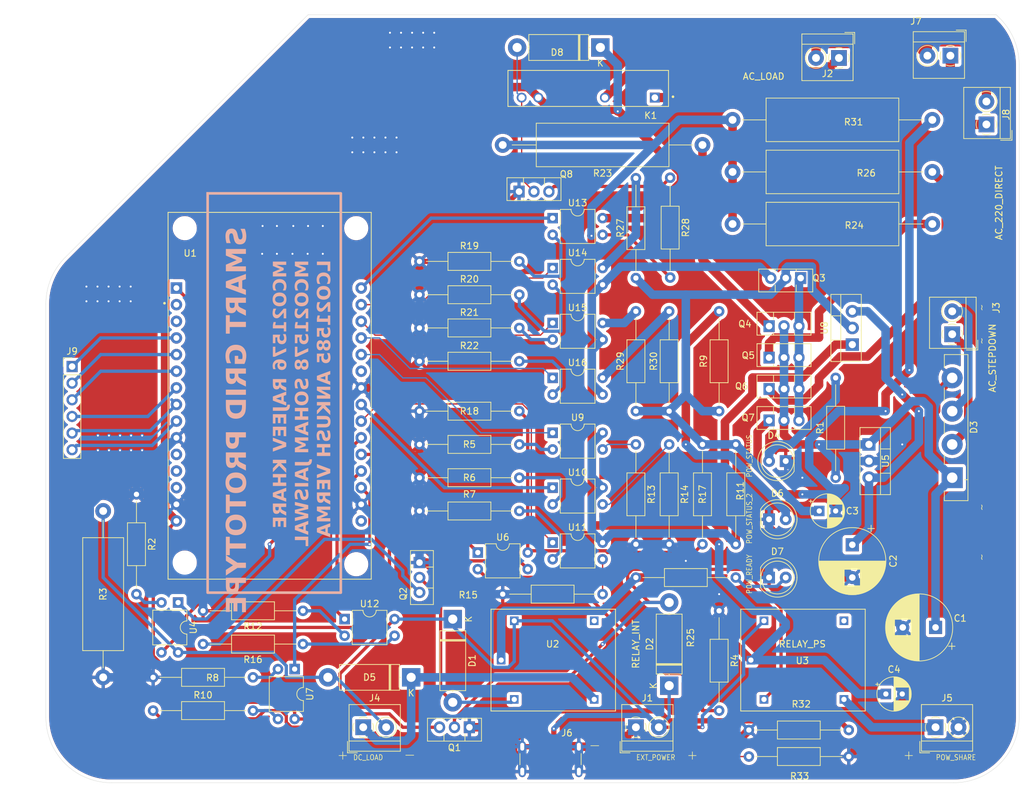
<source format=kicad_pcb>
(kicad_pcb (version 20240108) (generator "pcbnew") (generator_version "8.0")
  (layers (0 "F.Cu" signal) (31 "B.Cu" signal) (34 "B.Paste" user) (35 "F.Paste" user) (36 "B.SilkS" user "B.Silkscreen") (37 "F.SilkS" user "F.Silkscreen") (38 "B.Mask" user) (39 "F.Mask" user) (44 "Edge.Cuts" user))
  (net 0 "")
  (net 1 "GND")
  (net 2 "/POW_IN_CON")
  (net 3 "/POW_REG_CON")
  (net 4 "VAC")
  (net 5 "/RELAY_IN")
  (net 6 "VCC")
  (net 7 "/V_OUT")
  (net 8 "/LOAD+")
  (net 9 "/RELAY1_IN")
  (net 10 "Net-(D7-A)")
  (net 11 "/RELAY_AC")
  (net 12 "Net-(D4-A)")
  (net 13 "/C_SENSE")
  (net 14 "Net-(D5-K)")
  (net 15 "/CURRENT_CONTROL")
  (net 16 "/E1_TO_R")
  (net 17 "/E2_TO_R")
  (net 18 "/E3_TO_R")
  (net 19 "/E4_TO_R")
  (net 20 "Net-(R2-Pad2)")
  (net 21 "Net-(D6-A)")
  (net 22 "Net-(R4-Pad2)")
  (net 23 "Net-(R5-Pad2)")
  (net 24 "Net-(R6-Pad2)")
  (net 25 "/V_CONTROL")
  (net 26 "Net-(Q1-B)")
  (net 27 "Net-(Q2-B)")
  (net 28 "/V_SENSE")
  (net 29 "Net-(Q8-B)")
  (net 30 "Net-(R7-Pad2)")
  (net 31 "Net-(R28-Pad2)")
  (net 32 "Net-(R10-Pad2)")
  (net 33 "/150_R")
  (net 34 "/ACL+")
  (net 35 "/3k_R")
  (net 36 "/5k_R")
  (net 37 "/D6")
  (net 38 "/D7")
  (net 39 "/D4")
  (net 40 "/POWER_ON_OFF")
  (net 41 "/D5")
  (net 42 "/D3")
  (net 43 "/D0")
  (net 44 "/D8")
  (net 45 "/A0")
  (net 46 "/D1")
  (net 47 "/D2")
  (net 48 "/PSHARE_ON_OFF")
  (net 49 "/CLK")
  (net 50 "/SD0")
  (net 52 "/SD3")
  (net 53 "/SD2")
  (net 55 "/CMD")
  (net 57 "/SD1")
  (net 63 "Net-(R12-Pad1)")
  (net 64 "Net-(R13-Pad1)")
  (net 65 "Net-(R16-Pad1)")
  (net 67 "Net-(J6-CC1)")
  (net 68 "Net-(J6-CC2)")
  (net 69 "/AC-")
  (net 70 "/AC+")
  (net 71 "Net-(R22-Pad2)")
  (net 72 "Net-(R21-Pad2)")
  (net 73 "Net-(R20-Pad2)")
  (net 74 "Net-(R19-Pad2)")
  (net 75 "Net-(R15-Pad1)")
  (net 76 "Net-(R14-Pad1)")
  (net 77 "Net-(R8-Pad1)")
  (net 78 "Net-(Q3-E)")
  (net 79 "Net-(J5-Pin_1)")
  (net 80 "Net-(J3-Pin_1)")
  (footprint "Resistor_THT:R_Axial_DIN0207_L6.3mm_D2.5mm_P15.24mm_Horizontal" (layer "F.Cu") (at 109.22 132.08 180)
    (property "Reference" "R16")
    (property "Value" "120R")
  )
  (footprint "Library:MODULE_ZC563900" (layer "F.Cu") (at 101.346 98.044)
    (property "Reference" "U1")
    (property "Value" "ESP8266")
  )
  (footprint "Resistor_THT:R_Axial_DIN0207_L6.3mm_D2.5mm_P15.24mm_Horizontal" (layer "F.Cu") (at 109.22 127 180)
    (property "Reference" "R12")
    (property "Value" "220R")
  )
  (footprint "Resistor_THT:R_Axial_DIN0207_L6.3mm_D2.5mm_P15.24mm_Horizontal" (layer "F.Cu") (at 160.02 101.6 -90)
    (property "Reference" "R13")
    (property "Value" "500R")
  )
  (footprint "TerminalBlock_4Ucon:TerminalBlock_4Ucon_1x02_P3.50mm_Horizontal" (layer "F.Cu") (at 118.42 144.78)
    (property "Reference" "J4")
    (property "Value" "DC_LOAD")
  )
  (footprint "Resistor_THT:R_Axial_DIN0207_L6.3mm_D2.5mm_P15.24mm_Horizontal" (layer "F.Cu") (at 127 88.9)
    (property "Reference" "R22")
    (property "Value" "220")
  )
  (footprint "Package_DIP:DIP-4_W7.62mm" (layer "F.Cu") (at 115.58 128.265)
    (property "Reference" "U12")
    (property "Value" "PC817")
  )
  (footprint "Package_DIP:DIP-4_W7.62mm" (layer "F.Cu") (at 147.32 99.823)
    (property "Reference" "U9")
    (property "Value" "PC817")
  )
  (footprint "Resistor_THT:R_Axial_DIN0207_L6.3mm_D2.5mm_P15.24mm_Horizontal" (layer "F.Cu") (at 172.72 127 -90)
    (property "Reference" "R4")
    (property "Value" "220R")
  )
  (footprint "Package_TO_SOT_THT:TO-220-3_Vertical" (layer "F.Cu") (at 193.04 86.36 90)
    (property "Reference" "U8")
    (property "Value" "LM317_TO-220")
  )
  (footprint "LED_THT:LED_D5.0mm" (layer "F.Cu") (at 180.34 113.03)
    (property "Reference" "D6")
    (property "Value" "LED")
  )
  (footprint "Resistor_THT:R_Axial_Power_L20.0mm_W6.4mm_P30.48mm" (layer "F.Cu") (at 170.18 55.88 180)
    (property "Reference" "R23")
    (property "Value" "1R")
  )
  (footprint "Package_TO_SOT_THT:TO-126-3_Vertical" (layer "F.Cu") (at 180.34 97.94)
    (property "Reference" "Q7")
    (property "Value" "BD139")
  )
  (footprint "Resistor_THT:R_Axial_DIN0207_L6.3mm_D2.5mm_P15.24mm_Horizontal" (layer "F.Cu") (at 127 101.6)
    (property "Reference" "R5")
    (property "Value" "220R")
  )
  (footprint "Diode_THT:Diode_Bridge_Vishay_GBU" (layer "F.Cu") (at 208.28 106.68 90)
    (property "Reference" "D3")
    (property "Value" "GBU4A/BRIDGE_RECT")
  )
  (footprint "Resistor_THT:R_Axial_DIN0207_L6.3mm_D2.5mm_P15.24mm_Horizontal" (layer "F.Cu") (at 170.18 101.6 -90)
    (property "Reference" "R17")
    (property "Value" "20k")
  )
  (footprint "Resistor_THT:R_Axial_DIN0207_L6.3mm_D2.5mm_P15.24mm_Horizontal" (layer "F.Cu") (at 165.1 101.6 -90)
    (property "Reference" "R14")
    (property "Value" "1.5k")
  )
  (footprint "Package_TO_SOT_THT:TO-220-3_Vertical" (layer "F.Cu") (at 195.58 101.6 -90)
    (property "Reference" "U5")
    (property "Value" "LM7824_TO220")
  )
  (footprint "Resistor_THT:R_Axial_DIN0207_L6.3mm_D2.5mm_P15.24mm_Horizontal" (layer "F.Cu") (at 160.02 76.2 90)
    (property "Reference" "R27")
    (property "Value" "150R")
  )
  (footprint "Resistor_THT:R_Axial_DIN0617_L17.0mm_D6.0mm_P25.40mm_Horizontal" (layer "F.Cu") (at 78.74 111.76 -90)
    (property "Reference" "R3")
    (property "Value" "1R")
  )
  (footprint "Resistor_THT:R_Axial_DIN0207_L6.3mm_D2.5mm_P15.24mm_Horizontal" (layer "F.Cu") (at 127 106.68)
    (property "Reference" "R6")
    (property "Value" "220R")
  )
  (footprint "Resistor_THT:R_Axial_DIN0207_L6.3mm_D2.5mm_P15.24mm_Horizontal" (layer "F.Cu") (at 142.24 96.52 180)
    (property "Reference" "R18")
    (property "Value" "8k")
  )
  (footprint "TerminalBlock_4Ucon:TerminalBlock_4Ucon_1x02_P3.50mm_Horizontal" (layer "F.Cu") (at 208 42.25 180)
    (property "Reference" "J7")
    (property "Value" "220VAC")
  )
  (footprint "Diode_THT:D_5W_P12.70mm_Horizontal" (layer "F.Cu") (at 154.6 41 180)
    (property "Reference" "D8")
    (property "Value" "1N5408/DIODE")
  )
  (footprint "Resistor_THT:R_Axial_DIN0207_L6.3mm_D2.5mm_P15.24mm_Horizontal" (layer "F.Cu") (at 127 78.74)
    (property "Reference" "R20")
    (property "Value" "220")
  )
  (footprint "Package_TO_SOT_THT:TO-126-3_Vertical" (layer "F.Cu") (at 180.34 88.34)
    (property "Reference" "Q5")
    (property "Value" "BD139")
  )
  (footprint "Resistor_THT:R_Axial_DIN0207_L6.3mm_D2.5mm_P15.24mm_Horizontal" (layer "F.Cu") (at 172.72 96.52 90)
    (property "Reference" "R9")
    (property "Value" "220R")
  )
  (footprint "Resistor_THT:R_Axial_DIN0207_L6.3mm_D2.5mm_P15.24mm_Horizontal" (layer "F.Cu") (at 160.02 121.92)
    (property "Reference" "R25")
    (property "Value" "220")
  )
  (footprint "Resistor_THT:R_Axial_Power_L20.0mm_W6.4mm_P30.48mm" (layer "F.Cu") (at 205.25 60 180)
    (property "Reference" "R26")
    (property "Value" "1R")
  )
  (footprint "Package_DIP:DIP-4_W7.62mm" (layer "F.Cu") (at 147.32 74.674)
    (property "Reference" "U14")
    (property "Value" "PC817")
  )
  (footprint "Resistor_THT:R_Axial_DIN0207_L6.3mm_D2.5mm_P15.24mm_Horizontal" (layer "F.Cu") (at 175.26 116.84 90)
    (property "Reference" "R11")
    (property "Value" "220R")
  )
  (footprint "Resistor_THT:R_Axial_DIN0207_L6.3mm_D2.5mm_P15.24mm_Horizontal" (layer "F.Cu") (at 177.26 149.25)
    (property "Reference" "R33")
    (property "Value" "5.1k")
  )
  (footprint "Resistor_THT:R_Axial_DIN0207_L6.3mm_D2.5mm_P15.24mm_Horizontal" (layer "F.Cu") (at 165.1 96.52 90)
    (property "Reference" "R30")
    (property "Value" "5k")
  )
  (footprint "Resistor_THT:R_Axial_DIN0207_L6.3mm_D2.5mm_P15.24mm_Horizontal" (layer "F.Cu") (at 127 83.82)
    (property "Reference" "R21")
    (property "Value" "220")
  )
  (footprint "Package_DIP:DIP-4_W7.62mm" (layer "F.Cu") (at 147.32 83.057)
    (property "Reference" "U15")
    (property "Value" "PC817")
  )
  (footprint "Package_DIP:DIP-4_W7.62mm" (layer "F.Cu") (at 147.32 116.589)
    (property "Reference" "U11")
    (property "Value" "PC817")
  )
  (footprint "Package_DIP:DIP-4_W7.62mm" (layer "F.Cu") (at 147.32 67.054)
    (property "Reference" "U13")
    (property "Value" "PC817")
  )
  (footprint "Resistor_THT:R_Axial_DIN0207_L6.3mm_D2.5mm_P15.24mm_Horizontal" (layer "F.Cu") (at 190.5 106.68 90)
    (property "Reference" "R1")
    (property "Value" "220")
  )
  (footprint "Resistor_THT:R_Axial_DIN0207_L6.3mm_D2.5mm_P15.24mm_Horizontal" (layer "F.Cu") (at 177.26 145.2)
    (property "Reference" "R32")
    (property "Value" "5.1k")
  )
  (footprint "Resistor_THT:R_Axial_DIN0207_L6.3mm_D2.5mm_P15.24mm_Horizontal" (layer "F.Cu") (at 83.82 109.22 -90)
    (property "Reference" "R2")
    (property "Value" "220R")
  )
  (footprint "Capacitor_THT:CP_Radial_D5.0mm_P2.50mm" (layer "F.Cu") (at 188 111.76)
    (property "Reference" "C3")
    (property "Value" "10uF/63V")
  )
  (footprint "Resistor_THT:R_Axial_DIN0207_L6.3mm_D2.5mm_P15.24mm_Horizontal" (layer "F.Cu") (at 127 111.76)
    (property "Reference" "R7")
    (property "Value" "220R")
  )
  (footprint "TerminalBlock_4Ucon:TerminalBlock_4Ucon_1x02_P3.50mm_Horizontal" (layer "F.Cu") (at 191 42.6 180)
    (property "Reference" "J2")
    (property "Value" "AC_LOAD")
  )
  (footprint "TerminalBlock_4Ucon:TerminalBlock_4Ucon_1x02_P3.50mm_Horizontal" (layer "F.Cu") (at 160.02 144.78)
    (property "Reference" "J1")
    (property "Value" "EXT_POW")
  )
  (footprint "Package_TO_SOT_THT:TO-126-3_Vertical" (layer "F.Cu") (at 180.34 93.14)
    (property "Reference" "Q6")
    (property "Value" "BD139")
  )
  (footprint "Package_DIP:DIP-4_W7.62mm" (layer "F.Cu") (at 147.32 91.44)
    (property "Reference" "U16")
    (property "Value" "PC817")
  )
  (footprint "Resistor_THT:R_Axial_DIN0207_L6.3mm_D2.5mm_P15.24mm_Horizontal" (layer "F.Cu") (at 154.94 124.46 180)
    (property "Reference" "R15")
    (property "Value" "2k")
  )
  (footprint "Library:J107F" (layer "F.Cu") (at 137.91325 142.29175)
    (property "Reference" "U2")
    (property "Value" "RELAY_INT")
  )
  (footprint "LED_THT:LED_D5.0mm" (layer "F.Cu") (at 182.88 104.14 180)
    (property "Reference" "D4")
    (property "Value" "LED_POW")
  )
  (footprint "Library:J107F" (layer "F.Cu") (at 176.01325 142.29175)
    (property "Reference" "U3")
    (property "Value" "RELAY_PS")
  )
  (footprint "LED_THT:LED_D5.0mm" (layer "F.Cu") (at 180.34 121.92)
    (property "Reference" "D7")
    (property "Value" "LOAD_STATUS")
  )
  (footprint "Package_TO_SOT_THT:TO-126-3_Vertical" (layer "F.Cu") (at 180.34 83.54)
    (property "Reference" "Q4")
    (property "Value" "BD139")
  )
  (footprint "Package_DIP:DIP-4_W7.62mm" (layer "F.Cu") (at 107.955 135.9 -90)
    (property "Reference" "U7")
    (property "Value" "PC817")
  )
  (footprint "Resistor_THT:R_Axial_DIN0207_L6.3mm_D2.5mm_P15.24mm_Horizontal" (layer "F.Cu") (at 165.25 60.88 -90)
    (property "Reference" "R28")
    (property "Value" "120R")
  )
  (footprint "Diode_THT:D_5W_P12.70mm_Horizontal" (layer "F.Cu") (at 132.08 128.27 -90)
    (property "Reference" "D1")
    (property "Value" "1N5408/DIODE")
  )
  (footprint "Package_TO_SOT_THT:TO-126-3_Vertical" (layer "F.Cu") (at 185.16 76.2 180)
    (property "Reference" "Q3")
    (property "Value" "BD139")
  )
  (footprint "Connector_PinHeader_2.54mm:PinHeader_1x06_P2.54mm_Vertical" (layer "F.Cu") (at 74 89.71)
    (property "Reference" "J9")
    (property "Value" "Conn_01x06_Socket")
  )
  (footprint "Capacitor_THT:CP_Radial_D10.0mm_P5.00mm" (layer "F.Cu") (at 193.04 116.92 -90)
    (property "Reference" "C2")
    (property "Value" "100uf/25V")
  )
  (footprint "Capacitor_THT:CP_Radial_D10.0mm_P5.00mm" (layer "F.Cu") (at 205.74 129.54 180)
    (property "Reference" "C1")
    (property "Value" "1000uf/25V")
  )
  (footprint "Resistor_THT:R_Axial_Power_L20.0mm_W6.4mm_P30.48mm" (layer "F.Cu") (at 205.25 52.05 180)
    (property "Reference" "R31")
    (property "Value" "1R")
  )
  (footprint "TerminalBlock_4Ucon:TerminalBlock_4Ucon_1x02_P3.50mm_Horizontal" (layer "F.Cu") (at 208.28 84.78 90)
    (property "Reference" "J3")
    (property "Value" "AC_STEPDOWN")
  )
  (footprint "Package_TO_SOT_THT:TO-126-3_Vertical" (layer "F.Cu") (at 134.62 144.78 180)
    (property "Reference" "Q1")
    (property "Value" "BD139")
  )
  (footprint "Package_TO_SOT_THT:TO-126-3_Vertical" (layer "F.Cu") (at 127 119.64 -90)
    (property "Reference" "Q2")
    (property "Value" "BD139")
  )
  (footprint "Resistor_THT:R_Axial_DIN0207_L6.3mm_D2.5mm_P15.24mm_Horizontal" (layer "F.Cu") (at 127 73.66)
    (property "Reference" "R19")
    (property "Value" "220R")
  )
  (footprint "Resistor_THT:R_Axial_DIN0207_L6.3mm_D2.5mm_P15.24mm_Horizontal" (layer "F.Cu") (at 86.36 142.24)
    (property "Reference" "R10")
    (property "Value" "120R")
  )
  (footprint "Package_DIP:DIP-4_W7.62mm" (layer "F.Cu") (at 90.175 125.74 -90)
    (property "Reference" "U4")
    (property "Value" "PC817")
  )
  (footprint "Capacitor_THT:CP_Radial_D5.0mm_P2.50mm" (layer "F.Cu") (at 198.16 139.7)
    (property "Reference" "C4")
    (property "Value" "10uF/63V")
  )
  (footprint "Package_DIP:DIP-4_W7.62mm" (layer "F.Cu") (at 135.9 118.105)
    (property "Reference" "U6")
    (property "Value" "PC817")
  )
  (footprint "Resistor_THT:R_Axial_DIN0207_L6.3mm_D2.5mm_P15.24mm_Horizontal" (layer "F.Cu") (at 101.6 137.16 180)
    (property "Reference" "R8")
    (property "Value" "220R")
  )
  (footprint "Connector_USB:USB_C_Receptacle_GCT_USB4125-xx-x-0190_6P_TopMnt_Horizontal" (layer "F.Cu") (at 147 150.75)
    (property "Reference" "J6")
    (property "Value" "USB_C_Receptacle_PowerOnly_6P")
  )
  (footprint "Resistor_THT:R_Axial_DIN0207_L6.3mm_D2.5mm_P15.24mm_Horizontal" (layer "F.Cu") (at 160.02 96.52 90)
    (property "Reference" "R29")
    (property "Value" "3k")
  )
  (footprint "Resistor_THT:R_Axial_Power_L20.0mm_W6.4mm_P30.48mm" (layer "F.Cu") (at 205.25 67.95 180)
    (property "Reference" "R24")
    (property "Value" "1R")
  )
  (footprint "Package_TO_SOT_THT:TO-126-3_Vertical" (layer "F.Cu") (at 142.19 63)
    (property "Reference" "Q8")
    (property "Value" "BD139")
  )
  (footprint "Diode_THT:D_5W_P12.70mm_Horizontal" (layer "F.Cu") (at 125.73 137.16 180)
    (property "Reference" "D5")
    (property "Value" "1N5408/FWD")
  )
  (footprint "TerminalBlock_4Ucon:TerminalBlock_4Ucon_1x02_P3.50mm_Horizontal" (layer "F.Cu") (at 213.5 52.75 90)
    (property "Reference" "J8")
    (property "Value" "220VAC-TRANS")
  )
  (footprint "Library:RELAY_G3MB-202PDC5" (layer "F.Cu") (at 152.75 47.25 180)
    (property "Reference" "K1")
    (property "Value" "G3MB-202PDC5")
  )
  (footprint "TerminalBlock_4Ucon:TerminalBlock_4Ucon_1x02_P3.50mm_Horizontal" (layer "F.Cu") (at 205.74 144.78)
    (property "Reference" "J5")
    (property "Value" "POW_SHARE")
  )
  (footprint "Package_DIP:DIP-4_W7.62mm" (layer "F.Cu") (at 147.32 108.206)
    (property "Reference" "U10")
    (property "Value" "PC817")
  )
  (footprint "Diode_THT:D_5W_P12.70mm_Horizontal" (layer "F.Cu") (at 165.1 138.43 90)
    (property "Reference" "D2")
    (property "Value" "1N5408/DIODE")
  )
  (gr_rect (start 94.68 63.27) (end 115 124.23) (stroke (width 0.4)) (fill none) (layer "B.SilkS"))
  (gr_line (start 110 36) (end 212.375 36) (stroke (width 0.05)) (layer "Edge.Cuts"))
  (gr_line (start 70 143.25) (end 70 80.14207) (stroke (width 0.05)) (layer "Edge.Cuts"))
  (gr_line (start 215 36) (end 213.75 36) (stroke (width 0.05)) (layer "Edge.Cuts"))
  (gr_line (start 80 153.25) (end 208.5 153.25) (stroke (width 0.05)) (layer "Edge.Cuts"))
  (gr_arc (start 70 80.14207) (mid 70.761193 76.315294) (end 72.928885 73.071115) (stroke (width 0.05)) (layer "Edge.Cuts"))
  (gr_line (start 72.928885 73.071115) (end 110 36) (stroke (width 0.05)) (layer "Edge.Cuts"))
  (gr_arc (start 218.5 143.25) (mid 215.571068 150.321068) (end 208.5 153.25) (stroke (width 0.05)) (layer "Edge.Cuts"))
  (gr_line (start 218.5 143.25) (end 218.5 43.624312) (stroke (width 0.05)) (layer "Edge.Cuts"))
  (gr_line (start 213.75 36) (end 212.375 36) (stroke (width 0.05)) (layer "Edge.Cuts"))
  (gr_arc (start 80 153.25) (mid 72.928932 150.321068) (end 70 143.25) (stroke (width 0.05)) (layer "Edge.Cuts"))
  (gr_line (start 215.57105 36.57105) (end 215 36) (stroke (width 0.05)) (layer "Edge.Cuts"))
  (gr_arc (start 215.57105 36.57105) (mid 217.738784 39.815304) (end 218.5 43.624312) (stroke (width 0.05)) (layer "Edge.Cuts"))
  (gr_text "SMART GRID PROTOTYPE" (at 101.03 68.35 90) (layer "B.SilkS") (effects (font (size 3 3) (thickness 0.1)) (justify left bottom mirror)))
  (gr_text "MCO21576 RAJEEV KHARE\nMCO21578 SOHAM JAISWAL\nLCO21585 ANKUSH VERMA" (at 113.73 73.43 90) (layer "B.SilkS") (effects (font (size 2 2) (thickness 0.1)) (justify left bottom mirror)))
  (gr_text "DC_LOAD\n" (at 116.84 149.86 0) (layer "F.SilkS") (effects (font (size 0.8 0.7) (thickness 0.1)) (justify left bottom)))
  (gr_text "AC_LOAD" (at 176.25 46 0) (layer "F.SilkS") (effects (font (size 1 1)) (justify left bottom)))
  (gr_text "~\n" (at 213.36 86.36 90) (layer "F.SilkS") (effects (font (size 1 1.5) (thickness 0.1)) (justify left bottom)))
  (gr_text "~\n" (at 213.36 111.76 90) (layer "F.SilkS") (effects (font (size 1 1.5) (thickness 0.1)) (justify left bottom)))
  (gr_text "AC_220_DIRECT" (at 216 70.5 90) (layer "F.SilkS") (effects (font (size 1 1)) (justify left bottom)))
  (gr_text "POW_STATUS_2\n" (at 177.8 116.84 90) (layer "F.SilkS") (effects (font (size 0.8 0.7) (thickness 0.1)) (justify left bottom)))
  (gr_text "-" (at 152.69 148.41 0) (layer "F.SilkS") (effects (font (size 1.6 1.6) (thickness 0.1)) (justify left bottom)))
  (gr_text "POW_READY\n" (at 177.8 124.46 90) (layer "F.SilkS") (effects (font (size 0.8 0.7) (thickness 0.1)) (justify left bottom)))
  (gr_text "+" (at 200.66 149.86 0) (layer "F.SilkS") (effects (font (size 1.5 1.5) (thickness 0.1)) (justify left bottom)))
  (gr_text "-" (at 124.46 149.86 0) (layer "F.SilkS") (effects (font (size 1.6 1.6) (thickness 0.1)) (justify left bottom)))
  (gr_text "~\n" (at 213.36 119.38 90) (layer "F.SilkS") (effects (font (size 1 1.5) (thickness 0.1)) (justify left bottom)))
  (gr_text "AC_STEPDOWN" (at 215 93.75 90) (layer "F.SilkS") (effects (font (size 1 1)) (justify left bottom)))
  (gr_text "POW_SHARE\n" (at 205.74 149.86 0) (layer "F.SilkS") (effects (font (size 0.8 0.7) (thickness 0.1)) (justify left bottom)))
  (gr_text "POW_STATUS\n" (at 177.8 106.68 90) (layer "F.SilkS") (effects (font (size 0.8 0.7) (thickness 0.1)) (justify left bottom)))
  (gr_text "EXT_POWER\n" (at 160.02 149.86 0) (layer "F.SilkS") (effects (font (size 0.8 0.7) (thickness 0.1)) (justify left bottom)))
  (gr_text "+" (at 167.64 149.86 0) (layer "F.SilkS") (effects (font (size 1.5 1.5) (thickness 0.1)) (justify left bottom)))
  (gr_text "+" (at 114.3 149.86 0) (layer "F.SilkS") (effects (font (size 1.5 1.5) (thickness 0.1)) (justify left bottom)))
  (gr_text "~\n" (at 213.36 81.28 90) (layer "F.SilkS") (effects (font (size 1 1.5) (thickness 0.1)) (justify left bottom)))
  (segment (start 156.09 131.603654) (end 156.09 132.556346) (width 1.3) (layer "F.Cu") (net 1))
  (segment (start 180.34 113.03) (end 180.34 110.83) (width 1.3) (layer "F.Cu") (net 1))
  (segment (start 180.34 110.83) (end 183.77 110.83) (width 1.3) (layer "F.Cu") (net 1))
  (segment (start 118.11 92.964) (end 122.936 92.964) (width 1.3) (layer "F.Cu") (net 1))
  (segment (start 122.936 92.964) (end 127 88.9) (width 1.3) (layer "F.Cu") (net 1))
  (segment (start 151.24 147.67) (end 151.32 147.75) (width 1.3) (layer "F.Cu") (net 1))
  (segment (start 162.07 146.83) (end 160.02 144.78) (width 1.3) (layer "F.Cu") (net 1))
  (segment (start 139.389366 130.93) (end 155.416346 130.93) (width 1.3) (layer "F.Cu") (net 1))
  (segment (start 127 119.64) (end 128.099366 119.64) (width 1.3) (layer "F.Cu") (net 1))
  (segment (start 128.099366 119.64) (end 139.389366 130.93) (width 1.3) (layer "F.Cu") (net 1))
  (segment (start 205.83 96.43) (end 205.83 93.89) (width 1.3) (layer "F.Cu") (net 1))
  (segment (start 156.09 132.556346) (end 143.866346 144.78) (width 1.3) (layer "F.Cu") (net 1))
  (segment (start 127 73.66) (end 131.53 73.66) (width 0.8) (layer "F.Cu") (net 1))
  (segment (start 185.42 119.38) (end 187.96 121.92) (width 1.3) (layer "F.Cu") (net 1))
  (segment (start 189.09137 114.3) (end 190.5 112.89137) (width 1.3) (layer "F.Cu") (net 1))
  (segment (start 127 73.66) (end 127 78.74) (width 1.3) (layer "F.Cu") (net 1))
  (segment (start 183.77 110.83) (end 187.24 114.3) (width 1.3) (layer "F.Cu") (net 1))
  (segment (start 143.866346 144.78) (end 134.62 144.78) (width 1.3) (layer "F.Cu") (net 1))
  (segment (start 149.75 147.67) (end 151.24 147.67) (width 1.3) (layer "F.Cu") (net 1))
  (segment (start 127 101.6) (end 127 106.68) (width 1.3) (layer "F.Cu") (net 1))
  (segment (start 175.63 146.83) (end 162.07 146.83) (width 1.3) (layer "F.Cu") (net 1))
  (segment (start 185.42 106.68) (end 186.55137 106.68) (width 1.3) (layer "F.Cu") (net 1))
  (segment (start 142.76 147.67) (end 142.68 147.75) (width 0.8) (layer "F.Cu") (net 1))
  (segment (start 151.32 147.75) (end 157.05 147.75) (width 1.3) (layer "F.Cu") (net 1))
  (segment (start 157.05 147.75) (end 160.02 144.78) (width 1.3) (layer "F.Cu") (net 1))
  (segment (start 177.26 145.2) (end 175.63 146.83) (width 1.3) (layer "F.Cu") (net 1))
  (segment (start 155.416346 130.93) (end 156.09 131.603654) (width 1.3) (layer "F.Cu") (net 1))
  (segment (start 180.34 121.92) (end 177.8 119.38) (width 1.3) (layer "F.Cu") (net 1))
  (segment (start 200.66 101.6) (end 205.83 96.43) (width 1.3) (layer "F.Cu") (net 1))
  (segment (start 187.24 114.3) (end 189.09137 114.3) (width 1.3) (layer "F.Cu") (net 1))
  (segment (start 177.8 119.38) (end 172.72 119.38) (width 1.3) (layer "F.Cu") (net 1))
  (segment (start 172.72 124.46) (end 172.72 127) (width 1.3) (layer "F.Cu") (net 1))
  (segment (start 190.5 110.62863) (end 190.5 111.76) (width 1.3) (layer "F.Cu") (net 1))
  (segment (start 172.72 119.38) (end 167.64 119.38) (width 1.3) (layer "F.Cu") (net 1))
  (segment (start 182.88 104.14) (end 195.58 104.14) (width 1.3) (layer "F.Cu") (net 1))
  (segment (start 187.96 121.92) (end 193.04 121.92) (width 1.3) (layer "F.Cu") (net 1))
  (segment (start 180.34 114.3) (end 185.42 119.38) (width 1.3) (layer "F.Cu") (net 1))
  (segment (start 190.5 112.89137) (end 190.5 111.76) (width 1.3) (layer "F.Cu") (net 1))
  (segment (start 205.83 93.89) (end 208.28 91.44) (width 1.3) (layer "F.Cu") (net 1))
  (segment (start 144.17 147.75) (end 144.25 147.67) (width 0.8) (layer "F.Cu") (net 1))
  (segment (start 186.55137 106.68) (end 190.5 110.62863) (width 1.3) (layer "F.Cu") (net 1))
  (segment (start 131.53 73.66) (end 142.19 63) (width 0.8) (layer "F.Cu") (net 1))
  (segment (start 192.5 149.25) (end 200.66 141.09) (width 1.3) (layer "F.Cu") (net 1))
  (segment (start 180.34 113.03) (end 180.34 114.3) (width 1.3) (layer "F.Cu") (net 1))
  (segment (start 200.66 141.09) (end 200.66 139.7) (width 1.3) (layer "F.Cu") (net 1))
  (segment (start 142.68 147.75) (end 144.17 147.75) (width 0.8) (layer "F.Cu") (net 1))
  (via (at 118.4375 54.75) (size 0.6) (drill 0.3) (layers "F.Cu" "B.Cu") (net 1))
  (via (at 107.75 68.25) (size 0.6) (drill 0.3) (layers "F.Cu" "B.Cu") (net 1))
  (via (at 123.5 57) (size 0.6) (drill 0.3) (layers "F.Cu" "B.Cu") (net 1))
  (via (at 200.66 101.6) (size 0.6) (drill 0.3) (layers "F.Cu" "B.Cu") (net 1))
  (via (at 77.875 79.75) (size 0.6) (drill 0.3) (layers "F.Cu" "B.Cu") (net 1))
  (via (at 79.625 100.25) (size 0.6) (drill 0.3) (layers "F.Cu" "B.Cu") (net 1))
  (via (at 81.3125 100.25) (size 0.6) (drill 0.3) (layers "F.Cu" "B.Cu") (net 1))
  (via (at 125.875 41) (size 0.6) (drill 0.3) (layers "F.Cu" "B.Cu") (net 1))
  (via (at 109.9375 72.5) (size 0.6) (drill 0.3) (layers "F.Cu" "B.Cu") (net 1))
  (via (at 122.5 38.75) (size 0.6) (drill 0.3) (layers "F.Cu" "B.Cu") (net 1))
  (via (at 81.25 79.75) (size 0.6) (drill 0.3) (layers "F.Cu" "B.Cu") (net 1))
  (via (at 172.72 124.46) (size 0.6) (drill 0.3) (layers "F.Cu" "B.Cu") (net 1))
  (via (at 76.1875 79.75) (size 0.6) (drill 0.3) (layers "F.Cu" "B.Cu") (net 1))
  (via (at 127.5625 38.75) (size 0.6) (drill 0.3) (layers "F.Cu" "B.Cu") (net 1))
  (via (at 82.9375 77.5) (size 0.6) (drill 0.3) (layers "F.Cu" "B.Cu") (net 1))
  (via (at 118.4375 57) (size 0.6) (drill 0.3) (layers "F.Cu" "B.Cu") (net 1))
  (via (at 124.1875 38.75) (size 0.6) (drill 0.3) (layers "F.Cu" "B.Cu") (net 1))
  (via (at 123.5 54.75) (size 0.6) (drill 0.3) (layers "F.Cu" "B.Cu") (net 1))
  (via (at 121.8125 54.75) (size 0.6) (drill 0.3) (layers "F.Cu" "B.Cu") (net 1))
  (via (at 116.75 57) (size 0.6) (drill 0.3) (layers "F.Cu" "B.Cu") (net 1))
  (via (at 77.875 77.5) (size 0.6) (drill 0.3) (layers "F.Cu" "B.Cu") (net 1))
  (via (at 81.25 77.5) (size 0.6) (drill 0.3) (layers "F.Cu" "B.Cu") (net 1))
  (via (at 127.5625 41) (size 0.6) (drill 0.3) (layers "F.Cu" "B.Cu") (net 1))
  (via (at 107.625 72.5) (size 0.6) (drill 0.3) (layers "F.Cu" "B.Cu") (net 1))
  (via (at 116.75 54.75) (size 0.6) (drill 0.3) (layers "F.Cu" "B.Cu") (net 1))
  (via (at 110 68.25) (size 0.6) (drill 0.3) (layers "F.Cu" "B.Cu") (net 1))
  (via (at 79.5625 79.75) (size 0.6) (drill 0.3) (layers "F.Cu" "B.Cu") (net 1))
  (via (at 82.9375 79.75) (size 0.6) (drill 0.3) (layers "F.Cu" "B.Cu") (net 1))
  (via (at 122.5 41) (size 0.6) (drill 0.3) (layers "F.Cu" "B.Cu") (net 1))
  (via (at 120.125 54.75) (size 0.6) (drill 0.3) (layers "F.Cu" "B.Cu") (net 1))
  (via (at 105.25 72.5) (size 0.6) (drill 0.3) (layers "F.Cu" "B.Cu") (net 1))
  (via (at 84.6875 100.25) (size 0.6) (drill 0.3) (layers "F.Cu" "B.Cu") (net 1))
  (via (at 77.9375 102.5) (size 0.6) (drill 0.3) (layers "F.Cu" "B.Cu") (net 1))
  (via (at 81.3125 102.5) (size 0.6) (drill 0.3) (layers "F.Cu" "B.Cu") (net 1))
  (via (at 83 102.5) (size 0.6) (drill 0.3) (layers "F.Cu" "B.Cu") (net 1))
  (via (at 76.1875 77.5) (size 0.6) (drill 0.3) (layers "F.Cu" "B.Cu") (net 1))
  (via (at 103 72.5) (size 0.6) (drill 0.3) (layers "F.Cu" "B.Cu") (net 1))
  (via (at 121.8125 57) (size 0.6) (drill 0.3) (layers "F.Cu" "B.Cu") (net 1))
  (via (at 105.25 68.25) (size 0.6) (drill 0.3) (layers "F.Cu" "B.Cu") (net 1))
  (via (at 112.25 72.5) (size 0.6) (drill 0.3) (layers "F.Cu" "B.Cu") (net 1))
  (via (at 129.25 41) (size 0.6) (drill 0.3) (layers "F.Cu" "B.Cu") (net 1))
  (via (at 185.42 106.68) (size 0.6) (drill 0.3) (layers "F.Cu" "B.Cu") (net 1))
  (via (at 167.64 119.38) (size 0.6) (drill 0.3) (layers "F.Cu" "B.Cu") (net 1))
  (via (at 79.5625 77.5) (size 0.6) (drill 0.3) (layers "F.Cu" "B.Cu") (net 1))
  (via (at 120.125 57) (size 0.6) (drill 0.3) (layers "F.Cu" "B.Cu") (net 1))
  (via (at 77.9375 100.25) (size 0.6) (drill 0.3) (layers "F.Cu" "B.Cu") (net 1))
  (via (at 112.25 68.25) (size 0.6) (drill 0.3) (layers "F.Cu" "B.Cu") (net 1))
  (via (at 124.1875 41) (size 0.6) (drill 0.3) (layers "F.Cu" "B.Cu") (net 1))
  (via (at 125.875 38.75) (size 0.6) (drill 0.3) (layers "F.Cu" "B.Cu") (net 1))
  (via (at 103.0625 68.25) (size 0.6) (drill 0.3) (layers "F.Cu" "B.Cu") (net 1))
  (via (at 129.25 38.75) (size 0.6) (drill 0.3) (layers "F.Cu" "B.Cu") (net 1))
  (via (at 83 100.25) (size 0.6) (drill 0.3) (layers "F.Cu" "B.Cu") (net 1))
  (via (at 79.625 102.5) (size 0.6) (drill 0.3) (layers "F.Cu" "B.Cu") (net 1))
  (via (at 84.6875 102.5) (size 0.6) (drill 0.3) (layers "F.Cu" "B.Cu") (net 1))
  (segment (start 185.42 106.68) (end 182.88 104.14) (width 1.3) (layer "B.Cu") (net 1))
  (segment (start 160.02 144.78) (end 162.07 146.83) (width 1.3) (layer "B.Cu") (net 1))
  (segment (start 165.1 116.84) (end 160.02 116.84) (width 1.3) (layer "B.Cu") (net 1))
  (segment (start 116.3837 108.919057) (end 116.3837 108.7637) (width 1.3) (layer "B.Cu") (net 1))
  (segment (start 209.24 144.78) (end 209.24 143.082944) (width 1.3) (layer "B.Cu") (net 1))
  (segment (start 193.375 108.885) (end 193.375 104.14) (width 1.3) (layer "B.Cu") (net 1))
  (segment (start 200.66 139.7) (end 200.66 129.62) (width 1.3) (layer "B.Cu") (net 1))
  (segment (start 193.12 121.92) (end 200.74 129.54) (width 1.3) (layer "B.Cu") (net 1))
  (segment (start 198.12 104.14) (end 200.66 101.6) (width 1.3) (layer "B.Cu") (net 1))
  (segment (start 142.68 147.75) (end 139.71 144.78) (width 0.8) (layer "B.Cu") (net 1))
  (segment (start 117.394943 109.9303) (end 116.3837 108.919057) (width 1.3) (layer "B.Cu") (net 1))
  (segment (start 114.4034 110.744) (end 116.3837 108.7637) (width 1.3) (layer "B.Cu") (net 1))
  (segment (start 205.857056 139.7) (end 200.66 139.7) (width 1.3) (layer "B.Cu") (net 1))
  (segment (start 116.3837 94.6903) (end 118.11 92.964) (width 1.3) (layer "B.Cu") (net 1))
  (segment (start 190.5 111.76) (end 193.375 108.885) (width 1.3) (layer "B.Cu") (net 1))
  (segment (start 93.98 114.808) (end 89.916 110.744) (width 1.3) (layer "B.Cu") (net 1))
  (segment (start 142.68 151.55) (end 142.68 147.75) (width 1.3) (layer "B.Cu") (net 1))
  (segment (start 76.69 127.49) (end 76.69 110.910862) (width 1.3) (layer "B.Cu") (net 1))
  (segment (start 93.98 127) (end 93.98 114.808) (width 1.3) (layer "B.Cu") (net 1))
  (segment (start 190.5 116.84) (end 190.5 119.38) (width 1.3) (layer "B.Cu") (net 1))
  (segment (start 200.66 129.62) (end 200.74 129.54) (width 1.3) (layer "B.Cu") (net 1))
  (segment (start 127 114.3) (end 121.666 114.3) (width 1.3) (layer "B.Cu") (net 1))
  (segment (start 78.74 137.16) (end 86.36 137.16) (width 1.3) (layer "B.Cu") (net 1))
  (segment (start 127 83.82) (end 127 88.9) (width 1.3) (layer "B.Cu") (net 1))
  (segment (start 127 111.76) (end 127 106.68) (width 1.3) (layer "B.Cu") (net 1))
  (segment (start 172.72 124.46) (end 165.1 116.84) (width 1.3) (layer "B.Cu") (net 1))
  (segment (start 162.07 146.83) (end 164.369138 146.83) (width 1.3) (layer "B.Cu") (net 1))
  (segment (start 209.24 143.082944) (end 205.857056 139.7) (width 1.3) (layer "B.Cu") (net 1))
  (segment (start 127 111.76) (end 127 114.3) (width 1.3) (layer "B.Cu") (net 1))
  (segment (start 127 96.52) (end 127 101.6) (width 1.3) (layer "B.Cu") (net 1))
  (segment (start 137.16 124.46) (end 127 114.3) (width 1.3) (layer "B.Cu") (net 1))
  (segment (start 193.375 104.14) (end 195.58 104.14) (width 1.3) (layer "B.Cu") (net 1))
  (segment (start 83.82 106.68) (end 83.82 109.22) (width 1.3) (layer "B.Cu") (net 1))
  (segment (start 78.380862 109.22) (end 83.82 109.22) (width 1.3) (layer "B.Cu") (net 1))
  (segment (start 76.69 110.910862) (end 78.380862 109.22) (width 1.3) (layer "B.Cu") (net 1))
  (segment (start 139.71 144.78) (end 134.62 144.78) (width 0.8) (layer "B.Cu") (net 1))
  (segment (start 190.5 119.38) (end 193.04 121.92) (width 1.3) (layer "B.Cu") (net 1))
  (segment (start 116.3837 108.7637) (end 116.3837 94.6903) (width 1.3) (layer "B.Cu") (net 1))
  (segment (start 172.72 138.479138) (end 172.72 127) (width 1.3) (layer "B.Cu") (net 1))
  (segment (start 152.4 124.46) (end 160.02 116.84) (width 1.3) (layer "B.Cu") (net 1))
  (segment (start 127 119.64) (end 127 114.3) (width 1.3) (layer "B.Cu") (net 1))
  (segment (start 139.7 124.46) (end 137.16 124.46) (width 1.3) (layer "B.Cu") (net 1))
  (segment (start 86.36 137.16) (end 76.69 127.49) (width 1.3) (layer "B.Cu") (net 1))
  (segment (start 121.666 114.3) (end 118.11 110.744) (width 1.3) (layer "B.Cu") (net 1))
  (segment (start 127 78.74) (end 127 83.82) (width 1.3) (layer "B.Cu") (net 1))
  (segment (start 195.58 104.14) (end 198.12 104.14) (width 1.3) (layer "B.Cu") (net 1))
  (segment (start 164.369138 146.83) (end 172.72 138.479138) (width 1.3) (layer "B.Cu") (net 1))
  (segment (start 88.392 109.22) (end 89.916 110.744) (width 1.3) (layer "B.Cu") (net 1))
  (segment (start 89.916 100.584) (end 83.82 106.68) (width 1.3) (layer "B.Cu") (net 1))
  (segment (start 151.32 151.55) (end 151.32 147.75) (width 1.3) (layer "B.Cu") (net 1))
  (segment (start 193.04 121.92) (end 193.12 121.92) (width 1.3) (layer "B.Cu") (net 1))
  (segment (start 89.916 110.744) (end 114.4034 110.744) (width 1.3) (layer "B.Cu") (net 1))
  (segment (start 139.7 124.46) (end 152.4 124.46) (width 1.3) (layer "B.Cu") (net 1))
  (segment (start 180.34 121.92) (end 180.34 113.03) (width 1.3) (layer "B.Cu") (net 1))
  (segment (start 83.82 109.22) (end 88.392 109.22) (width 1.3) (layer "B.Cu") (net 1))
  (segment (start 190.5 111.76) (end 190.5 116.84) (width 1.3) (layer "B.Cu") (net 1))
  (segment (start 187.96 101.6) (end 184.08 101.6) (width 1.3) (layer "F.Cu") (net 2))
  (segment (start 182.62 100.14) (end 182.62 97.94) (width 1.3) (layer "F.Cu") (net 2))
  (segment (start 184.08 101.6) (end 182.62 100.14) (width 1.3) (layer "F.Cu") (net 2))
  (via (at 187.96 101.6) (size 0.6) (drill 0.3) (layers "F.Cu" "B.Cu") (net 2))
  (segment (start 195.58 101.6) (end 202.16 95.02) (width 1.3) (layer "B.Cu") (net 2))
  (segment (start 203.82132 95.02) (end 204.7 95.89868) (width 1.3) (layer "B.Cu") (net 2))
  (segment (start 205.74 109.22) (end 208.28 106.68) (width 1.3) (layer "B.Cu") (net 2))
  (segment (start 202.16 95.02) (end 203.82132 95.02) (width 1.3) (layer "B.Cu") (net 2))
  (segment (start 182.62 88.34) (end 182.62 93.14) (width 1.3) (layer "B.Cu") (net 2))
  (segment (start 205.74 129.54) (end 205.74 109.22) (width 1.3) (layer "B.Cu") (net 2))
  (segment (start 190.5 104.14) (end 187.96 101.6) (width 1.3) (layer "B.Cu") (net 2))
  (segment (start 204.7 103.1) (end 208.28 106.68) (width 1.3) (layer "B.Cu") (net 2))
  (segment (start 182.62 97.94) (end 182.62 93.14) (width 1.3) (layer "B.Cu") (net 2))
  (segment (start 187.96 101.6) (end 195.58 101.6) (width 1.3) (layer "B.Cu") (net 2))
  (segment (start 182.62 83.54) (end 182.62 88.34) (width 1.3) (layer "B.Cu") (net 2))
  (segment (start 190.5 106.68) (end 190.5 104.14) (width 1.3) (layer "B.Cu") (net 2))
  (segment (start 204.7 95.89868) (end 204.7 103.1) (width 1.3) (layer "B.Cu") (net 2))
  (segment (start 200.66 93.98) (end 203.2 96.52) (width 1.3) (layer "F.Cu") (net 3))
  (via (at 203.2 96.52) (size 0.6) (drill 0.3) (layers "F.Cu" "B.Cu") (net 3))
  (via (at 200.66 93.98) (size 0.6) (drill 0.3) (layers "F.Cu" "B.Cu") (net 3))
  (segment (start 195.34 81.28) (end 193.04 81.28) (width 1.3) (layer "B.Cu") (net 3))
  (segment (start 200.66 93.98) (end 198.12 91.44) (width 1.3) (layer "B.Cu") (net 3))
  (segment (start 195.58 106.68) (end 197.785 106.68) (width 1.3) (layer "B.Cu") (net 3))
  (segment (start 197.785 106.68) (end 203.2 101.265) (width 1.3) (layer "B.Cu") (net 3))
  (segment (start 198.12 84.06) (end 195.34 81.28) (width 1.3) (layer "B.Cu") (net 3))
  (segment (start 203.2 101.265) (end 203.2 96.52) (width 1.3) (layer "B.Cu") (net 3))
  (segment (start 195.58 106.68) (end 195.58 114.38) (width 1.3) (layer "B.Cu") (net 3))
  (segment (start 195.58 114.38) (end 193.04 116.92) (width 1.3) (layer "B.Cu") (net 3))
  (segment (start 198.12 91.44) (end 198.12 84.06) (width 1.3) (layer "B.Cu") (net 3))
  (segment (start 210.73 94.07) (end 208.28 96.52) (width 1.3) (layer "B.Cu") (net 4))
  (segment (start 210.73 82.032944) (end 210.73 94.07) (width 1.3) (layer "B.Cu") (net 4))
  (segment (start 209.977056 81.28) (end 210.73 82.032944) (width 1.3) (layer "B.Cu") (net 4))
  (segment (start 208.28 81.28) (end 209.977056 81.28) (width 1.3) (layer "B.Cu") (net 4))
  (segment (start 127 121.92) (end 130.23 125.15) (width 0.5) (layer "F.Cu") (net 5))
  (segment (start 130.23 125.15) (end 130.23 139.12) (width 0.5) (layer "F.Cu") (net 5))
  (segment (start 130.23 139.12) (end 132.08 140.97) (width 0.5) (layer "F.Cu") (net 5))
  (segment (start 132.08 140.97) (end 141.02 140.97) (width 0.5) (layer "B.Cu") (net 5))
  (segment (start 141.02 140.97) (end 141.46325 140.52675) (width 0.5) (layer "B.Cu") (net 5))
  (segment (start 114.88 136.585) (end 114.88 139.12) (width 0.5) (layer "F.Cu") (net 6))
  (segment (start 145.48 146.989136) (end 145.999136 146.47) (width 0.8) (layer "F.Cu") (net 6))
  (segment (start 170.18 144.78) (end 163.52 144.78) (width 0.5) (layer "F.Cu") (net 6))
  (segment (start 146.98 50.5) (end 145.13 48.65) (width 1.3) (layer "F.Cu") (net 6))
  (segment (start 89.0397 122.089983) (end 86.385 124.744683) (width 0.5) (layer "F.Cu") (net 6))
  (segment (start 157.25 50.546547) (end 157.203453 50.5) (width 1.3) (layer "F.Cu") (net 6))
  (segment (start 157.453453 50.75) (end 157.25 50.75) (width 1.3) (layer "F.Cu") (net 6))
  (segment (start 88.1897 111.5577) (end 89.916 113.284) (width 1.3) (layer "F.Cu") (net 6))
  (segment (start 166.9 60.196547) (end 157.453453 50.75) (width 1.3) (layer "F.Cu") (net 6))
  (segment (start 157.203453 50.5) (end 146.98 50.5) (width 1.3) (layer "F.Cu") (net 6))
  (segment (start 145.999136 146.47) (end 147.5 146.47) (width 0.8) (layer "F.Cu") (net 6))
  (segment (start 107.955 142.38863) (end 107.955 143.52) (width 0.5) (layer "F.Cu") (net 6))
  (segment (start 147.5 146.47) (end 147.5 145) (width 0.8) (layer "F.Cu") (net 6))
  (segment (start 154.94 67.054) (end 161.409453 67.054) (width 1.3) (layer "F.Cu") (net 6))
  (segment (start 106.53637 140.97) (end 107.955 142.38863) (width 0.5) (layer "F.Cu") (net 6))
  (segment (start 89.916 113.284) (end 89.0397 114.1603) (width 0.5) (layer "F.Cu") (net 6))
  (segment (start 110.48 143.52) (end 107.955 143.52) (width 0.5) (layer "F.Cu") (net 6))
  (segment (start 89.0397 114.1603) (end 89.0397 122.089983) (width 0.5) (layer "F.Cu") (net 6))
  (segment (start 166.9 61.563453) (end 166.9 60.196547) (width 1.3) (layer "F.Cu") (net 6))
  (segment (start 148.5 146.8) (end 148.5 147.67) (width 0.8) (layer "F.Cu") (net 6))
  (segment (start 123.2 128.265) (end 114.88 136.585) (width 0.5) (layer "F.Cu") (net 6))
  (segment (start 88.1897 75.5603) (end 88.1897 111.5577) (width 1.3) (layer "F.Cu") (net 6))
  (segment (start 114.88 139.12) (end 110.48 143.52) (width 0.5) (layer "F.Cu") (net 6))
  (segment (start 147.5 146.47) (end 148.17 146.47) (width 0.8) (layer "F.Cu") (net 6))
  (segment (start 145.48 147.67) (end 145.48 146.989136) (width 0.8) (layer "F.Cu") (net 6))
  (segment (start 157.25 50.75) (end 157.25 50.546547) (width 1.3) (layer "F.Cu") (net 6))
  (segment (start 86.385 124.744683) (end 86.385 133.877767) (width 0.5) (layer "F.Cu") (net 6))
  (segment (start 148.17 146.47) (end 148.5 146.8) (width 0.8) (layer "F.Cu") (net 6))
  (segment (start 161.409453 67.054) (end 166.9 61.563453) (width 1.3) (layer "F.Cu") (net 6))
  (segment (start 145.13 48.65) (end 143.526 47.046) (width 1.3) (layer "F.Cu") (net 6))
  (segment (start 93.477233 140.97) (end 106.53637 140.97) (width 0.5) (layer "F.Cu") (net 6))
  (segment (start 116.704 47.046) (end 88.1897 75.5603) (width 1.3) (layer "F.Cu") (net 6))
  (segment (start 143.526 47.046) (end 116.704 47.046) (width 1.3) (layer "F.Cu") (net 6))
  (segment (start 86.385 133.877767) (end 93.477233 140.97) (width 0.5) (layer "F.Cu") (net 6))
  (via (at 170.18 144.78) (size 0.6) (drill 0.3) (layers "F.Cu" "B.Cu") (net 6))
  (via (at 157.25 50.75) (size 0.6) (drill 0.3) (layers "F.Cu" "B.Cu") (net 6))
  (via (at 147.5 145) (size 0.6) (drill 0.3) (layers "F.Cu" "B.Cu") (net 6))
  (segment (start 141.46325 128.52675) (end 147.26675 128.52675) (width 0.5) (layer "B.Cu") (net 6))
  (segment (start 141.46325 134.73475) (end 140.56725 135.63075) (width 0.5) (layer "B.Cu") (net 6))
  (segment (start 138.35925 135.63075) (end 132.08 129.3515) (width 0.5) (layer "B.Cu") (net 6))
  (segment (start 147.26675 128.52675) (end 163.52 144.78) (width 0.5) (layer "B.Cu") (net 6))
  (segment (start 149.52 142.98) (end 161.72 142.98) (width 0.8) (layer "B.Cu") (net 6))
  (segment (start 165.1 138.43) (end 165.1 143.2) (width 0.5) (layer "B.Cu") (net 6))
  (segment (start 154.6 41) (end 157.25 43.65) (width 1.3) (layer "B.Cu") (net 6))
  (segment (start 170.18 143.012233) (end 176.45925 136.732983) (width 0.5) (layer "B.Cu") (net 6))
  (segment (start 157.25 43.65) (end 157.25 50.5) (width 1.3) (layer "B.Cu") (net 6))
  (segment (start 132.08 128.27) (end 123.205 128.27) (width 0.5) (layer "B.Cu") (net 6))
  (segment (start 176.45925 131.63075) (end 179.56325 128.52675) (width 0.5) (layer "B.Cu") (net 6))
  (segment (start 132.08 129.3515) (end 132.08 128.27) (width 0.5) (layer "B.Cu") (net 6))
  (segment (start 141.46325 128.52675) (end 141.46325 134.73475) (width 0.5) (layer "B.Cu") (net 6))
  (segment (start 170.18 144.78) (end 170.18 143.012233) (width 0.5) (layer "B.Cu") (net 6))
  (segment (start 123.205 128.27) (end 123.2 128.265) (width 0.5) (layer "B.Cu") (net 6))
  (segment (start 140.56725 135.63075) (end 138.35925 135.63075) (width 0.5) (layer "B.Cu") (net 6))
  (segment (start 161.72 142.98) (end 163.52 144.78) (width 0.8) (layer "B.Cu") (net 6))
  (segment (start 165.1 143.2) (end 163.52 144.78) (width 0.5) (layer "B.Cu") (net 6))
  (segment (start 147.5 145) (end 149.52 142.98) (width 0.8) (layer "B.Cu") (net 6))
  (segment (start 176.45925 136.732983) (end 176.45925 131.63075) (width 0.5) (layer "B.Cu") (net 6))
  (segment (start 183.18 74.45) (end 182.88 74.75) (width 1.3) (layer "B.Cu") (net 7))
  (segment (start 167.64 93.98) (end 165.1 96.52) (width 1.3) (layer "B.Cu") (net 7))
  (segment (start 185.42 111.76) (end 175.26 101.6) (width 1.3) (layer "B.Cu") (net 7))
  (segment (start 186.865 77.95) (end 186.865 74.45) (width 1.3) (layer "B.Cu") (net 7))
  (segment (start 170.18 96.52) (end 167.64 93.98) (width 1.3) (layer "B.Cu") (net 7))
  (segment (start 193.04 83.82) (end 192.735 83.82) (width 1.3) (layer "B.Cu") (net 7))
  (segment (start 180.516234 78.74) (end 167.64 78.74) (width 1.3) (layer "B.Cu") (net 7))
  (segment (start 162.56 78.74) (end 167.64 78.74) (width 1.3) (layer "B.Cu") (net 7))
  (segment (start 170.18 101.6) (end 165.1 96.52) (width 1.3) (layer "B.Cu") (net 7))
  (segment (start 182.88 76.376234) (end 180.516234 78.74) (width 1.3) (layer "B.Cu") (net 7))
  (segment (start 182.88 75) (end 182.88 76.2) (width 1.3) (layer "B.Cu") (net 7))
  (segment (start 167.64 78.74) (end 167.64 93.98) (width 1.3) (layer "B.Cu") (net 7))
  (segment (start 192.735 83.82) (end 186.865 77.95) (width 1.3) (layer "B.Cu") (net 7))
  (segment (start 172.72 96.52) (end 170.18 96.52) (width 1.3) (layer "B.Cu") (net 7))
  (segment (start 175.26 101.6) (end 170.18 101.6) (width 1.3) (layer "B.Cu") (net 7))
  (segment (start 188 111.76) (end 185.42 111.76) (width 1.3) (layer "B.Cu") (net 7))
  (segment (start 160.02 76.2) (end 162.56 78.74) (width 1.3) (layer "B.Cu") (net 7))
  (segment (start 160.02 96.52) (end 165.1 96.52) (width 1.3) (layer "B.Cu") (net 7))
  (segment (start 182.88 76.2) (end 182.88 76.376234) (width 1.3) (layer "B.Cu") (net 7))
  (segment (start 182.88 74.75) (end 182.88 75) (width 1.3) (layer "B.Cu") (net 7))
  (segment (start 186.865 74.45) (end 183.18 74.45) (width 1.3) (layer "B.Cu") (net 7))
  (segment (start 174.77 67.95) (end 174.77 60) (width 1.3) (layer "F.Cu") (net 8))
  (segment (start 177.56325 134.52675) (end 164.9565 121.92) (width 1.3) (layer "F.Cu") (net 8))
  (segment (start 153.29 69.71) (end 153.25 69.75) (width 1.3) (layer "F.Cu") (net 8))
  (segment (start 153.29 69.79) (end 153.29 113.972453) (width 1.3) (layer "F.Cu") (net 8))
  (segment (start 153.29 69.47) (end 153.29 69.71) (width 1.3) (layer "F.Cu") (net 8))
  (segment (start 153.29 113.972453) (end 169.852453 113.972453) (width 1.3) (layer "F.Cu") (net 8))
  (segment (start 174.77 52.05) (end 174.77 60) (width 1.3) (layer "F.Cu") (net 8))
  (segment (start 153.25 69.75) (end 153.29 69.79) (width 1.3) (layer "F.Cu") (net 8))
  (segment (start 164.9565 121.92) (end 160.02 121.92) (width 1.3) (layer "F.Cu") (net 8))
  (segment (start 169.852453 113.972453) (end 172.72 116.84) (width 1.3) (layer "F.Cu") (net 8))
  (via (at 172.72 116.84) (size 0.6) (drill 0.3) (layers "F.Cu" "B.Cu") (net 8))
  (via (at 153.25 69.75) (size 0.6) (drill 0.3) (layers "F.Cu" "B.Cu") (net 8))
  (segment (start 178.029297 127.02275) (end 181.06725 127.02275) (width 1.3) (layer "B.Cu") (net 8))
  (segment (start 166.596547 52.05) (end 174.77 52.05) (width 1.3) (layer "B.Cu") (net 8))
  (segment (start 182.88 129.44675) (end 177.8 134.52675) (width 1.3) (layer "B.Cu") (net 8))
  (segment (start 139.982 127) (end 154.94 127) (width 1.3) (layer "B.Cu") (net 8))
  (segment (start 139.46325 134.52675) (end 139.46325 127.51875) (width 1.3) (layer "B.Cu") (net 8))
  (segment (start 198.16 139.7) (end 193.9445 139.7) (width 1.3) (layer "B.Cu") (net 8))
  (segment (start 177.8 134.52675) (end 188.77125 134.52675) (width 1.3) (layer "B.Cu") (net 8))
  (segment (start 181.06725 127.02275) (end 182.88 128.8355) (width 1.3) (layer "B.Cu") (net 8))
  (segment (start 162.766547 55.88) (end 139.7 55.88) (width 1.3) (layer "B.Cu") (net 8))
  (segment (start 162.766547 55.88) (end 153.25 65.396547) (width 1.3) (layer "B.Cu") (net 8))
  (segment (start 172.72 116.84) (end 172.72 121.713453) (width 1.3) (layer "B.Cu") (net 8))
  (segment (start 182.88 128.8355) (end 182.88 129.44675) (width 1.3) (layer "B.Cu") (net 8))
  (segment (start 154.94 127) (end 160.02 121.92) (width 1.3) (layer "B.Cu") (net 8))
  (segment (start 162.766547 55.88) (end 166.596547 52.05) (width 1.3) (layer "B.Cu") (net 8))
  (segment (start 139.46325 127.51875) (end 139.982 127) (width 1.3) (layer "B.Cu") (net 8))
  (segment (start 177.56325 134.52675) (end 177.8 134.52675) (width 1.3) (layer "B.Cu") (net 8))
  (segment (start 188.77125 134.52675) (end 193.9445 139.7) (width 1.3) (layer "B.Cu") (net 8))
  (segment (start 172.72 121.713453) (end 178.029297 127.02275) (width 1.3) (layer "B.Cu") (net 8))
  (segment (start 153.25 69.75) (end 153.25 65.396547) (width 1.3) (layer "B.Cu") (net 8))
  (segment (start 132.34 144.78) (end 132.34 143.47) (width 0.5) (layer "F.Cu") (net 9))
  (segment (start 132.34 143.47) (end 138.65 137.16) (width 0.5) (layer "F.Cu") (net 9))
  (segment (start 182.16725 126.567115) (end 176.270135 120.67) (width 0.5) (layer "F.Cu") (net 9))
  (segment (start 138.65 137.16) (end 149.86 137.16) (width 0.5) (layer "F.Cu") (net 9))
  (segment (start 159.502233 120.67) (end 158.77 121.402233) (width 0.5) (layer "F.Cu") (net 9))
  (segment (start 162.062233 125.73) (end 165.1 125.73) (width 0.5) (layer "F.Cu") (net 9))
  (segment (start 179.56325 140.52675) (end 182.16725 137.92275) (width 0.5) (layer "F.Cu") (net 9))
  (segment (start 149.86 137.16) (end 154.94 132.08) (width 0.5) (layer "F.Cu") (net 9))
  (segment (start 182.16725 137.92275) (end 182.16725 126.567115) (width 0.5) (layer "F.Cu") (net 9))
  (segment (start 158.77 121.402233) (end 158.77 122.437767) (width 0.5) (layer "F.Cu") (net 9))
  (segment (start 158.77 122.437767) (end 162.062233 125.73) (width 0.5) (layer "F.Cu") (net 9))
  (segment (start 176.270135 120.67) (end 159.502233 120.67) (width 0.5) (layer "F.Cu") (net 9))
  (via (at 154.94 132.08) (size 0.6) (drill 0.3) (layers "F.Cu" "B.Cu") (net 9))
  (segment (start 154.94 132.08) (end 161.29 125.73) (width 0.5) (layer "B.Cu") (net 9))
  (segment (start 161.29 125.73) (end 165.1 125.73) (width 0.5) (layer "B.Cu") (net 9))
  (segment (start 175.26 121.92) (end 176.61 123.27) (width 0.5) (layer "B.Cu") (net 10))
  (segment (start 181.53 123.27) (end 182.88 121.92) (width 0.5) (layer "B.Cu") (net 10))
  (segment (start 176.61 123.27) (end 181.53 123.27) (width 0.5) (layer "B.Cu") (net 10))
  (segment (start 142.59 48.65) (end 142.59 61.12) (width 0.2) (layer "F.Cu") (net 11))
  (segment (start 142.59 61.12) (end 144.47 63) (width 0.2) (layer "F.Cu") (net 11))
  (segment (start 141.9 47.96) (end 142.59 48.65) (width 0.2) (layer "B.Cu") (net 11))
  (segment (start 141.9 41) (end 141.9 47.96) (width 0.2) (layer "B.Cu") (net 11))
  (segment (start 180.34 104.14) (end 180.34 102.867208) (width 1.3) (layer "B.Cu") (net 12))
  (segment (start 181.607208 101.6) (end 183.696234 101.6) (width 1.3) (layer "B.Cu") (net 12))
  (segment (start 183.696234 101.6) (end 190.5 94.796234) (width 1.3) (layer "B.Cu") (net 12))
  (segment (start 180.34 102.867208) (end 181.607208 101.6) (width 1.3) (layer "B.Cu") (net 12))
  (segment (start 190.5 94.796234) (end 190.5 91.44) (width 1.3) (layer "B.Cu") (net 12))
  (segment (start 114.3 137.16) (end 113.03 137.16) (width 0.5) (layer "B.Cu") (net 13))
  (segment (start 104.642767 133.36) (end 106.68 135.397233) (width 0.5) (layer "B.Cu") (net 13))
  (segment (start 90.175 133.36) (end 78.74 121.925) (width 0.5) (layer "B.Cu") (net 13))
  (segment (start 106.715 137.16) (end 113.03 137.16) (width 0.5) (layer "B.Cu") (net 13))
  (segment (start 78.74 121.925) (end 78.74 111.76) (width 0.5) (layer "B.Cu") (net 13))
  (segment (start 106.68 137.125) (end 106.715 137.16) (width 0.5) (layer "B.Cu") (net 13))
  (segment (start 90.175 133.36) (end 104.642767 133.36) (width 0.5) (layer "B.Cu") (net 13))
  (segment (start 121.92 144.78) (end 114.3 137.16) (width 0.5) (layer "B.Cu") (net 13))
  (segment (start 106.68 135.397233) (end 106.68 137.125) (width 0.5) (layer "B.Cu") (net 13))
  (segment (start 118.42 144.78) (end 120.47 146.83) (width 1.3) (layer "B.Cu") (net 14))
  (segment (start 125.73 146.05) (end 125.73 137.16) (width 1.3) (layer "B.Cu") (net 14))
  (segment (start 153.66325 140.52675) (end 150.2965 137.16) (width 1.3) (layer "B.Cu") (net 14))
  (segment (start 120.47 146.83) (end 124.95 146.83) (width 1.3) (layer "B.Cu") (net 14))
  (segment (start 150.2965 137.16) (end 125.73 137.16) (width 1.3) (layer "B.Cu") (net 14))
  (segment (start 124.95 146.83) (end 125.73 146.05) (width 1.3) (layer "B.Cu") (net 14))
  (segment (start 153.29 87.247) (end 154.94 85.597) (width 1.3) (layer "B.Cu") (net 15))
  (segment (start 153.29 92.33) (end 153.29 87.247) (width 1.3) (layer "B.Cu") (net 15))
  (segment (start 154.94 93.98) (end 153.29 92.33) (width 1.3) (layer "B.Cu") (net 15))
  (segment (start 154.94 85.597) (end 153.29 83.947) (width 1.3) (layer "B.Cu") (net 15))
  (segment (start 178.87 74.47) (end 180.6 76.2) (width 1.3) (layer "B.Cu") (net 15))
  (segment (start 153.29 83.947) (end 153.29 78.864) (width 1.3) (layer "B.Cu") (net 15))
  (segment (start 157.684 74.47) (end 178.87 74.47) (width 1.3) (layer "B.Cu") (net 15))
  (segment (start 153.29 78.864) (end 154.94 77.214) (width 1.3) (layer "B.Cu") (net 15))
  (segment (start 154.94 77.214) (end 157.684 74.47) (width 1.3) (layer "B.Cu") (net 15))
  (segment (start 170.18 55.88) (end 170.18 73.38) (width 1.3) (layer "F.Cu") (net 16))
  (segment (start 170.18 73.38) (end 180.34 83.54) (width 1.3) (layer "F.Cu") (net 16))
  (segment (start 181.19 85.29) (end 187.96 85.29) (width 1.3) (layer "F.Cu") (net 17))
  (segment (start 180.34 86.14) (end 181.19 85.29) (width 1.3) (layer "F.Cu") (net 17))
  (segment (start 201.37868 67.95) (end 205.25 67.95) (width 1.3) (layer "F.Cu") (net 17))
  (segment (start 180.34 88.34) (end 180.34 86.14) (width 1.3) (layer "F.Cu") (net 17))
  (segment (start 187.96 85.29) (end 187.96 81.36868) (width 1.3) (layer "F.Cu") (net 17))
  (segment (start 187.96 81.36868) (end 201.37868 67.95) (width 1.3) (layer "F.Cu") (net 17))
  (segment (start 187.96 91.44) (end 187.96 92.536234) (width 1.3) (layer "F.Cu") (net 18))
  (segment (start 187.96 92.536234) (end 185.606234 94.89) (width 1.3) (layer "F.Cu") (net 18))
  (segment (start 207.3 76.2) (end 207.3 62.05) (width 1.3) (layer "F.Cu") (net 18))
  (segment (start 195.3375 88.1625) (end 207.3 76.2) (width 1.3) (layer "F.Cu") (net 18))
  (segment (start 187.96 91.44) (end 191.2375 88.1625) (width 1.3) (layer "F.Cu") (net 18))
  (segment (start 191.2375 88.1625) (end 195.3375 88.1625) (width 1.3) (layer "F.Cu") (net 18))
  (segment (start 205.25 60) (end 205.395 59.855) (width 1.3) (layer "F.Cu") (net 18))
  (segment (start 180.34 93.316234) (end 180.34 93.14) (width 1.3) (layer "F.Cu") (net 18))
  (segment (start 181.913766 94.89) (end 180.34 93.316234) (width 1.3) (layer "F.Cu") (net 18))
  (segment (start 207.3 62.05) (end 205.25 60) (width 1.3) (layer "F.Cu") (net 18))
  (segment (start 185.606234 94.89) (end 181.913766 94.89) (width 1.3) (layer "F.Cu") (net 18))
  (segment (start 198.12 93.88) (end 198.12 96.52) (width 1.3) (layer "F.Cu") (net 19))
  (segment (start 178.59 104.93) (end 182.88 109.22) (width 1.3) (layer "F.Cu") (net 19))
  (segment (start 182.88 109.22) (end 185.42 109.22) (width 1.3) (layer "F.Cu") (net 19))
  (segment (start 180.34 97.94) (end 178.59 99.69) (width 1.3) (layer "F.Cu") (net 19))
  (segment (start 201.75 90.25) (end 198.12 93.88) (width 1.3) (layer "F.Cu") (net 19))
  (segment (start 178.59 99.69) (end 178.59 104.93) (width 1.3) (layer "F.Cu") (net 19))
  (via (at 185.42 109.22) (size 0.6) (drill 0.3) (layers "F.Cu" "B.Cu") (net 19))
  (via (at 198.12 96.52) (size 0.6) (drill 0.3) (layers "F.Cu" "B.Cu") (net 19))
  (via (at 201.75 90.25) (size 0.6) (drill 0.3) (layers "F.Cu" "B.Cu") (net 19))
  (segment (start 191.80868 108.33) (end 189.816547 108.33) (width 1.3) (layer "B.Cu") (net 19))
  (segment (start 205.25 52.05) (end 201.75 55.55) (width 1.3) (layer "B.Cu") (net 19))
  (segment (start 190.91868 109.22) (end 191.875 108.26368) (width 1.3) (layer "B.Cu") (net 19))
  (segment (start 186.46 104.973453) (end 186.46 100.97868) (width 1.3) (layer "B.Cu") (net 19))
  (segment (start 185.42 109.22) (end 190.91868 109.22) (width 1.3) (layer "B.Cu") (net 19))
  (segment (start 189.816547 108.33) (end 186.46 104.973453) (width 1.3) (layer "B.Cu") (net 19))
  (segment (start 201.75 55.55) (end 201.75 90.25) (width 1.3) (layer "B.Cu") (net 19))
  (segment (start 191.875 108.26368) (end 191.80868 108.33) (width 1.3) (layer "B.Cu") (net 19))
  (segment (start 190.91868 96.52) (end 198.12 96.52) (width 1.3) (layer "B.Cu") (net 19))
  (segment (start 186.46 100.97868) (end 190.91868 96.52) (width 1.3) (layer "B.Cu") (net 19))
  (segment (start 85.1 125.74) (end 83.82 124.46) (width 0.5) (layer "B.Cu") (net 20))
  (segment (start 87.635 125.74) (end 85.1 125.74) (width 0.5) (layer "B.Cu") (net 20))
  (segment (start 167.64 86.36) (end 172.72 81.28) (width 1.3) (layer "F.Cu") (net 21))
  (segment (start 167.64 101.6) (end 167.64 86.36) (width 1.3) (layer "F.Cu") (net 21))
  (via (at 167.64 101.6) (size 0.6) (drill 0.3) (layers "F.Cu" "B.Cu") (net 21))
  (segment (start 182.88 113.03) (end 182.88 111.757208) (width 1.3) (layer "B.Cu") (net 21))
  (segment (start 182.88 111.757208) (end 174.372792 103.25) (width 1.3) (layer "B.Cu") (net 21))
  (segment (start 174.372792 103.25) (end 169.29 103.25) (width 1.3) (layer "B.Cu") (net 21))
  (segment (start 169.29 103.25) (end 167.64 101.6) (width 1.3) (layer "B.Cu") (net 21))
  (segment (start 170.18 139.81) (end 166.95 136.58) (width 0.5) (layer "F.Cu") (net 22))
  (segment (start 135.9 120.645) (end 137.15 121.895) (width 0.5) (layer "F.Cu") (net 22))
  (segment (start 164.52 136.58) (end 149.835 121.895) (width 0.5) (layer "F.Cu") (net 22))
  (segment (start 170.18 142.24) (end 170.18 139.81) (width 0.5) (layer "F.Cu") (net 22))
  (segment (start 166.95 136.58) (end 164.52 136.58) (width 0.5) (layer "F.Cu") (net 22))
  (segment (start 170.18 142.24) (end 172.72 142.24) (width 0.5) (layer "F.Cu") (net 22))
  (segment (start 137.15 121.895) (end 149.835 121.895) (width 0.5) (layer "F.Cu") (net 22))
  (segment (start 144.78 101.6) (end 145.543 102.363) (width 0.5) (layer "B.Cu") (net 23))
  (segment (start 142.24 101.6) (end 144.78 101.6) (width 0.5) (layer "B.Cu") (net 23))
  (segment (start 145.543 102.363) (end 147.32 102.363) (width 0.5) (layer "B.Cu") (net 23))
  (segment (start 148.57 109.496) (end 147.32 110.746) (width 0.5) (layer "B.Cu") (net 24))
  (segment (start 142.24 106.68) (end 148.294 106.68) (width 0.5) (layer "B.Cu") (net 24))
  (segment (start 148.57 106.956) (end 148.57 109.496) (width 0.5) (layer "B.Cu") (net 24))
  (segment (start 148.294 106.68) (end 148.57 106.956) (width 0.5) (layer "B.Cu") (net 24))
  (segment (start 177.8 93.98) (end 177.8 91.44) (width 1.3) (layer "F.Cu") (net 25))
  (segment (start 173.61 110.11) (end 173.61 98.17) (width 1.3) (layer "F.Cu") (net 25))
  (segment (start 173.61 98.17) (end 177.8 93.98) (width 1.3) (layer "F.Cu") (net 25))
  (segment (start 177.8 91.44) (end 177.85 91.39) (width 1.3) (layer "F.Cu") (net 25))
  (segment (start 175.26 111.76) (end 173.61 110.11) (width 1.3) (layer "F.Cu") (net 25))
  (segment (start 185.47 91.39) (end 190.5 86.36) (width 1.3) (layer "F.Cu") (net 25))
  (segment (start 190.5 86.36) (end 193.04 86.36) (width 1.3) (layer "F.Cu") (net 25))
  (segment (start 175.26 116.84) (end 175.26 111.76) (width 1.3) (layer "F.Cu") (net 25))
  (segment (start 177.85 91.39) (end 185.47 91.39) (width 1.3) (layer "F.Cu") (net 25))
  (segment (start 173.61 115.19) (end 156.339 115.19) (width 1.3) (layer "B.Cu") (net 25))
  (segment (start 175.26 116.84) (end 173.61 115.19) (width 1.3) (layer "B.Cu") (net 25))
  (segment (start 154.94 116.589) (end 153.29 114.939) (width 1.3) (layer "B.Cu") (net 25))
  (segment (start 153.29 101.473) (end 154.94 99.823) (width 1.3) (layer "B.Cu") (net 25))
  (segment (start 153.29 106.556) (end 153.29 101.473) (width 1.3) (layer "B.Cu") (net 25))
  (segment (start 156.339 115.19) (end 154.94 116.589) (width 1.3) (layer "B.Cu") (net 25))
  (segment (start 153.29 114.939) (end 153.29 109.856) (width 1.3) (layer "B.Cu") (net 25))
  (segment (start 154.94 108.206) (end 153.29 106.556) (width 1.3) (layer "B.Cu") (net 25))
  (segment (start 153.29 109.856) (end 154.94 108.206) (width 1.3) (layer "B.Cu") (net 25))
  (segment (start 110.21995 144.77) (end 107.437233 144.77) (width 0.5) (layer "F.Cu") (net 26))
  (segment (start 103.367767 142.24) (end 102.117767 143.49) (width 0.5) (layer "F.Cu") (net 26))
  (segment (start 107.437233 144.77) (end 106.68 144.012767) (width 0.5) (layer "F.Cu") (net 26))
  (segment (start 122.414975 142.734975) (end 112.254975 142.734975) (width 0.5) (layer "F.Cu") (net 26))
  (segment (start 124.46 144.78) (end 122.414975 142.734975) (width 0.5) (layer "F.Cu") (net 26))
  (segment (start 87.61 143.49) (end 86.36 142.24) (width 0.5) (layer "F.Cu") (net 26))
  (segment (start 112.254975 142.734975) (end 110.21995 144.77) (width 0.5) (layer "F.Cu") (net 26))
  (segment (start 102.117767 143.49) (end 87.61 143.49) (width 0.5) (layer "F.Cu") (net 26))
  (segment (start 130.06 144.78) (end 124.46 144.78) (width 0.5) (layer "F.Cu") (net 26))
  (segment (start 106.68 143.017233) (end 105.902767 142.24) (width 0.5) (layer "F.Cu") (net 26))
  (segment (start 105.902767 142.24) (end 103.367767 142.24) (width 0.5) (layer "F.Cu") (net 26))
  (segment (start 106.68 144.012767) (end 106.68 143.017233) (width 0.5) (layer "F.Cu") (net 26))
  (segment (start 124.46 120.859339) (end 124.46 121.66) (width 0.5) (layer "B.Cu") (net 27))
  (segment (start 124.46 121.66) (end 127 124.2) (width 0.5) (layer "B.Cu") (net 27))
  (segment (start 96.52 132.08) (end 112.51 116.09) (width 0.5) (layer "B.Cu") (net 27))
  (segment (start 112.51 116.09) (end 119.690661 116.09) (width 0.5) (layer "B.Cu") (net 27))
  (segment (start 119.690661 116.09) (end 124.46 120.859339) (width 0.5) (layer "B.Cu") (net 27))
  (segment (start 93.98 132.08) (end 96.52 132.08) (width 0.5) (layer "B.Cu") (net 27))
  (segment (start 143.786 117.839) (end 143.52 118.105) (width 0.5) (layer "F.Cu") (net 28))
  (segment (start 155.708767 118.09) (end 155.457767 117.839) (width 0.5) (layer "F.Cu") (net 28))
  (segment (start 142.24 96.52) (end 143.52 97.8) (width 0.5) (layer "F.Cu") (net 28))
  (segment (start 143.52 97.8) (end 143.52 118.105) (width 0.5) (layer "F.Cu") (net 28))
  (segment (start 168.93 118.09) (end 155.708767 118.09) (width 0.5) (layer "F.Cu") (net 28))
  (segment (start 155.457767 117.839) (end 143.786 117.839) (width 0.5) (layer "F.Cu") (net 28))
  (segment (start 170.18 116.84) (end 168.93 118.09) (width 0.5) (layer "F.Cu") (net 28))
  (segment (start 147.54 62.21) (end 163.92 62.21) (width 0.5) (layer "F.Cu") (net 29))
  (segment (start 146.75 63) (end 147.54 62.21) (width 0.5) (layer "F.Cu") (net 29))
  (segment (start 163.92 62.21) (end 165.25 60.88) (width 0.5) (layer "F.Cu") (net 29))
  (segment (start 148.57 117.879) (end 147.32 119.129) (width 0.5) (layer "B.Cu") (net 30))
  (segment (start 148.57 115.55) (end 148.57 117.879) (width 0.5) (layer "B.Cu") (net 30))
  (segment (start 142.24 111.76) (end 144.78 111.76) (width 0.5) (layer "B.Cu") (net 30))
  (segment (start 144.78 111.76) (end 148.57 115.55) (width 0.5) (layer "B.Cu") (net 30))
  (segment (start 154.94 69.594) (end 158.724 69.594) (width 0.5) (layer "F.Cu") (net 31))
  (segment (start 158.724 69.594) (end 165.25 76.12) (width 0.5) (layer "F.Cu") (net 31))
  (segment (start 104.135 142.24) (end 105.415 143.52) (width 0.5) (layer "B.Cu") (net 32))
  (segment (start 101.6 142.24) (end 104.135 142.24) (width 0.5) (layer "B.Cu") (net 32))
  (segment (start 154.94 74.674) (end 160.02 69.594) (width 1.3) (layer "B.Cu") (net 33))
  (segment (start 160.02 69.594) (end 160.02 60.96) (width 1.3) (layer "B.Cu") (net 33))
  (segment (start 191 42.6) (end 188.9 44.7) (width 1.4) (layer "F.Cu") (net 34))
  (segment (start 159.24 44.7) (end 155.29 48.65) (width 1.4) (layer "F.Cu") (net 34))
  (segment (start 188.9 44.7) (end 159.24 44.7) (width 1.4) (layer "F.Cu") (net 34))
  (segment (start 158.243 83.057) (end 160.02 81.28) (width 1.3) (layer "B.Cu") (net 35))
  (segment (start 154.94 83.057) (end 158.243 83.057) (width 1.3) (layer "B.Cu") (net 35))
  (segment (start 165.1 81.28) (end 154.94 91.44) (width 1.3) (layer "B.Cu") (net 36))
  (segment (start 142.695635 95.42) (end 120.734 95.42) (width 0.2) (layer "F.Cu") (net 37))
  (segment (start 144.07 96.794365) (end 142.695635 95.42) (width 0.2) (layer "F.Cu") (net 37))
  (segment (start 147.32 116.589) (end 144.07 113.339) (width 0.2) (layer "F.Cu") (net 37))
  (segment (start 144.07 113.339) (end 144.07 96.794365) (width 0.2) (layer "F.Cu") (net 37))
  (segment (start 120.734 95.42) (end 118.11 98.044) (width 0.2) (layer "F.Cu") (net 37))
  (segment (start 114.3 106.68) (end 114.3 104.394) (width 0.5) (layer "F.Cu") (net 38))
  (segment (start 104.14 116.84) (end 114.3 106.68) (width 0.5) (layer "F.Cu") (net 38))
  (segment (start 114.3 104.394) (end 118.11 100.584) (width 0.5) (layer "F.Cu") (net 38))
  (via (at 104.14 116.84) (size 0.6) (drill 0.3) (layers "F.Cu" "B.Cu") (net 38))
  (segment (start 92.685 128.25) (end 94.497767 128.25) (width 0.5) (layer "B.Cu") (net 38))
  (segment (start 104.14 118.607767) (end 104.14 116.84) (width 0.5) (layer "B.Cu") (net 38))
  (segment (start 94.497767 128.25) (end 104.14 118.607767) (width 0.5) (layer "B.Cu") (net 38))
  (segment (start 90.175 125.74) (end 92.685 128.25) (width 0.5) (layer "B.Cu") (net 38))
  (segment (start 120.904 87.884) (end 118.11 87.884) (width 0.2) (layer "B.Cu") (net 39))
  (segment (start 124.46 91.44) (end 120.904 87.884) (width 0.2) (layer "B.Cu") (net 39))
  (segment (start 136.367365 99.823) (end 127.984365 91.44) (width 0.2) (layer "B.Cu") (net 39))
  (segment (start 147.32 99.823) (end 136.367365 99.823) (width 0.2) (layer "B.Cu") (net 39))
  (segment (start 127.984365 91.44) (end 124.46 91.44) (width 0.2) (layer "B.Cu") (net 39))
  (segment (start 114.427 109.347) (end 114.427 127.112) (width 0.5) (layer "F.Cu") (net 40))
  (segment (start 114.427 109.347) (end 118.11 105.664) (width 0.5) (layer "F.Cu") (net 40))
  (segment (start 114.427 127.112) (end 115.58 128.265) (width 0.5) (layer "F.Cu") (net 40))
  (segment (start 130.812 108.206) (end 118.11 95.504) (width 0.5) (layer "B.Cu") (net 41))
  (segment (start 147.32 108.206) (end 130.812 108.206) (width 0.5) (layer "B.Cu") (net 41))
  (segment (start 125.56 90) (end 120.904 85.344) (width 0.2) (layer "B.Cu") (net 42))
  (segment (start 120.904 85.344) (end 118.11 85.344) (width 0.2) (layer "B.Cu") (net 42))
  (segment (start 147.32 91.44) (end 145.88 90) (width 0.2) (layer "B.Cu") (net 42))
  (segment (start 145.88 90) (end 125.56 90) (width 0.2) (layer "B.Cu") (net 42))
  (segment (start 128.78 67.054) (end 147.32 67.054) (width 0.5) (layer "B.Cu") (net 43))
  (segment (start 118.11 77.724) (end 128.78 67.054) (width 0.5) (layer "B.Cu") (net 43))
  (segment (start 120.919 103.124) (end 135.9 118.105) (width 0.5) (layer "F.Cu") (net 44))
  (segment (start 118.11 103.124) (end 120.919 103.124) (width 0.5) (layer "F.Cu") (net 44))
  (segment (start 93.286 125.926233) (end 91.4475 127.764733) (width 0.5) (layer "F.Cu") (net 45))
  (segment (start 91.455 129.54) (end 91.4475 129.5475) (width 0.5) (layer "F.Cu") (net 45))
  (segment (start 89.916 77.724) (end 93.286 81.094) (width 0.5) (layer "F.Cu") (net 45))
  (segment (start 127.803 117.788) (end 122.417848 117.788) (width 0.5) (layer "F.Cu") (net 45))
  (segment (start 122.417848 117.788) (end 122.417848 123.927152) (width 0.5) (layer "F.Cu") (net 45))
  (segment (start 129.395 119.38) (end 127.803 117.788) (width 0.5) (layer "F.Cu") (net 45))
  (segment (start 93.286 81.094) (end 93.286 125.926233) (width 0.5) (layer "F.Cu") (net 45))
  (segment (start 116.805 129.54) (end 91.455 129.54) (width 0.5) (layer "F.Cu") (net 45))
  (segment (start 122.417848 123.927152) (end 116.805 129.54) (width 0.5) (layer "F.Cu") (net 45))
  (segment (start 143.52 120.645) (end 142.255 119.38) (width 0.5) (layer "F.Cu") (net 45))
  (segment (start 142.255 119.38) (end 129.395 119.38) (width 0.5) (layer "F.Cu") (net 45))
  (segment (start 91.4475 129.5475) (end 87.635 133.36) (width 0.5) (layer "F.Cu") (net 45))
  (segment (start 91.4475 127.764733) (end 91.4475 129.5475) (width 0.5) (layer "F.Cu") (net 45))
  (segment (start 145.794 76.2) (end 147.32 74.674) (width 0.2) (layer "F.Cu") (net 46))
  (segment (start 118.11 80.264) (end 127.031635 80.264) (width 0.2) (layer "F.Cu") (net 46))
  (segment (start 127.031635 80.264) (end 131.095635 76.2) (width 0.2) (layer "F.Cu") (net 46))
  (segment (start 131.095635 76.2) (end 145.794 76.2) (width 0.2) (layer "F.Cu") (net 46))
  (segment (start 145.457 84.92) (end 120.226 84.92) (width 0.2) (layer "F.Cu") (net 47))
  (segment (start 120.226 84.92) (end 118.11 82.804) (width 0.2) (layer "F.Cu") (net 47))
  (segment (start 147.32 83.057) (end 145.457 84.92) (width 0.2) (layer "F.Cu") (net 47))
  (segment (start 119.4363 116.7837) (end 119.4363 109.5303) (width 0.5) (layer "F.Cu") (net 48))
  (segment (start 119.4363 109.5303) (end 118.11 108.204) (width 0.5) (layer "F.Cu") (net 48))
  (segment (start 119.38 116.84) (end 119.4363 116.7837) (width 0.5) (layer "F.Cu") (net 48))
  (via (at 119.38 116.84) (size 0.6) (drill 0.3) (layers "F.Cu" "B.Cu") (net 48))
  (segment (start 107.955 135.9) (end 107.955 125.314672) (width 0.5) (layer "B.Cu") (net 48))
  (segment (start 116.429672 116.84) (end 119.38 116.84) (width 0.5) (layer "B.Cu") (net 48))
  (segment (start 107.955 125.314672) (end 116.429672 116.84) (width 0.5) (layer "B.Cu") (net 48))
  (segment (start 89.916 98.044) (end 86.21 101.75) (width 0.5) (layer "B.Cu") (net 49))
  (segment (start 74.66 101.75) (end 74 102.41) (width 0.5) (layer "B.Cu") (net 49))
  (segment (start 86.21 101.75) (end 74.66 101.75) (width 0.5) (layer "B.Cu") (net 49))
  (segment (start 85.55 97.33) (end 74 97.33) (width 0.5) (layer "B.Cu") (net 50))
  (segment (start 89.916 92.964) (end 85.55 97.33) (width 0.5) (layer "B.Cu") (net 50))
  (segment (start 78.366 85.344) (end 74 89.71) (width 0.5) (layer "B.Cu") (net 52))
  (segment (start 89.916 85.344) (end 78.366 85.344) (width 0.5) (layer "B.Cu") (net 52))
  (segment (start 78.366 87.884) (end 74 92.25) (width 0.5) (layer "B.Cu") (net 53))
  (segment (start 89.916 87.884) (end 78.366 87.884) (width 0.5) (layer "B.Cu") (net 53))
  (segment (start 89.916 95.504) (end 85.92 99.5) (width 0.5) (layer "B.Cu") (net 55))
  (segment (start 74.37 99.5) (end 74 99.87) (width 0.5) (layer "B.Cu") (net 55))
  (segment (start 85.92 99.5) (end 74.37 99.5) (width 0.5) (layer "B.Cu") (net 55))
  (segment (start 89.202 94.79) (end 89.916 95.504) (width 0.5) (layer "B.Cu") (net 55))
  (segment (start 89.916 90.424) (end 78.366 90.424) (width 0.5) (layer "B.Cu") (net 57))
  (segment (start 78.366 90.424) (end 74 94.79) (width 0.5) (layer "B.Cu") (net 57))
  (segment (start 109.22 127) (end 111.775 127) (width 0.5) (layer "B.Cu") (net 63))
  (segment (start 111.775 127) (end 115.58 130.805) (width 0.5) (layer "B.Cu") (net 63))
  (segment (start 160.02 101.6) (end 155.703 101.6) (width 0.2) (layer "B.Cu") (net 64))
  (segment (start 155.703 101.6) (end 154.94 102.363) (width 0.2) (layer "B.Cu") (net 64))
  (segment (start 121.925 132.08) (end 123.2 130.805) (width 0.5) (layer "B.Cu") (net 65))
  (segment (start 109.22 132.08) (end 121.925 132.08) (width 0.5) (layer "B.Cu") (net 65))
  (segment (start 191.1 143.8) (end 192.5 145.2) (width 0.8) (layer "F.Cu") (net 67))
  (segment (start 141.53 148.526346) (end 141.53 146.973654) (width 0.8) (layer "F.Cu") (net 67))
  (segment (start 146.5 147.67) (end 146.5 148.372494) (width 0.8) (layer "F.Cu") (net 67))
  (segment (start 142.473654 146.03) (end 144.47 146.03) (width 0.8) (layer "F.Cu") (net 67))
  (segment (start 146.5 148.372494) (end 145.672494 149.2) (width 0.8) (layer "F.Cu") (net 67))
  (segment (start 142.203654 149.2) (end 141.53 148.526346) (width 0.8) (layer "F.Cu") (net 67))
  (segment (start 165.085585 143.8) (end 191.1 143.8) (width 0.8) (layer "F.Cu") (net 67))
  (segment (start 145.672494 149.2) (end 142.203654 149.2) (width 0.8) (layer "F.Cu") (net 67))
  (segment (start 141.53 146.973654) (end 142.473654 146.03) (width 0.8) (layer "F.Cu") (net 67))
  (segment (start 148.220001 142.279999) (end 163.565584 142.279999) (width 0.8) (layer "F.Cu") (net 67))
  (segment (start 163.565584 142.279999) (end 165.085585 143.8) (width 0.8) (layer "F.Cu") (net 67))
  (segment (start 144.47 146.03) (end 148.220001 142.279999) (width 0.8) (layer "F.Cu") (net 67))
  (segment (start 148.48 149.25) (end 147.5 148.27) (width 0.2) (layer "F.Cu") (net 68))
  (segment (start 177.26 149.25) (end 148.48 149.25) (width 0.2) (layer "F.Cu") (net 68))
  (segment (start 147.5 148.27) (end 147.5 147.67) (width 0.2) (layer "F.Cu") (net 68))
  (segment (start 187.5 40.902944) (end 188.001472 40.401472) (width 1.4) (layer "F.Cu") (net 69))
  (segment (start 202.651472 40.401472) (end 204.5 42.25) (width 1.4) (layer "F.Cu") (net 69))
  (segment (start 213.5 49.25) (end 213.5 43.55) (width 1.4) (layer "F.Cu") (net 69))
  (segment (start 204.902944 40.15) (end 204.5 40.552944) (width 1.4) (layer "F.Cu") (net 69))
  (segment (start 187.5 42.6) (end 187.5 40.902944) (width 1.4) (layer "F.Cu") (net 69))
  (segment (start 188.001472 40.401472) (end 202.651472 40.401472) (width 1.4) (layer "F.Cu") (net 69))
  (segment (start 213.5 43.55) (end 210.1 40.15) (width 1.4) (layer "F.Cu") (net 69))
  (segment (start 204.5 40.552944) (end 204.5 42.25) (width 1.4) (layer "F.Cu") (net 69))
  (segment (start 210.1 40.15) (end 204.902944 40.15) (width 1.4) (layer "F.Cu") (net 69))
  (segment (start 204.5 48.65) (end 205.1 48.65) (width 1.4) (layer "F.Cu") (net 70))
  (segment (start 204.5 48.65) (end 208 45.15) (width 1.4) (layer "F.Cu") (net 70))
  (segment (start 208 45.15) (end 208 42.25) (width 1.4) (layer "F.Cu") (net 70))
  (segment (start 209.2 52.75) (end 213.5 52.75) (width 1.4) (layer "F.Cu") (net 70))
  (segment (start 162.91 48.65) (end 204.5 48.65) (width 1.4) (layer "F.Cu") (net 70))
  (segment (start 205.1 48.65) (end 209.2 52.75) (width 1.4) (layer "F.Cu") (net 70))
  (segment (start 147.28 88.9) (end 142.24 88.9) (width 0.5) (layer "B.Cu") (net 71))
  (segment (start 148.57 92.73) (end 148.57 90.19) (width 0.5) (layer "B.Cu") (net 71))
  (segment (start 147.32 93.98) (end 148.57 92.73) (width 0.5) (layer "B.Cu") (net 71))
  (segment (start 148.57 90.19) (end 147.28 88.9) (width 0.5) (layer "B.Cu") (net 71))
  (segment (start 144.017 85.597) (end 142.24 83.82) (width 0.5) (layer "B.Cu") (net 72))
  (segment (start 147.32 85.597) (end 144.017 85.597) (width 0.5) (layer "B.Cu") (net 72))
  (segment (start 142.24 78.74) (end 142.24 80.477) (width 0.5) (layer "B.Cu") (net 73))
  (segment (start 146.07 84.307) (end 148.57 84.307) (width 0.5) (layer "B.Cu") (net 73))
  (segment (start 148.57 78.464) (end 147.32 77.214) (width 0.5) (layer "B.Cu") (net 73))
  (segment (start 142.24 80.477) (end 146.07 84.307) (width 0.5) (layer "B.Cu") (net 73))
  (segment (start 148.57 84.307) (end 148.57 78.464) (width 0.5) (layer "B.Cu") (net 73))
  (segment (start 148.57 75.924) (end 144.504 75.924) (width 0.5) (layer "B.Cu") (net 74))
  (segment (start 147.32 69.594) (end 148.57 70.844) (width 0.5) (layer "B.Cu") (net 74))
  (segment (start 148.57 70.844) (end 148.57 75.924) (width 0.5) (layer "B.Cu") (net 74))
  (segment (start 144.504 75.924) (end 142.24 73.66) (width 0.5) (layer "B.Cu") (net 74))
  (segment (start 154.94 124.46) (end 154.94 119.129) (width 0.2) (layer "F.Cu") (net 75))
  (segment (start 155.954 110.746) (end 165.1 101.6) (width 0.2) (layer "B.Cu") (net 76))
  (segment (start 154.94 110.746) (end 155.954 110.746) (width 0.2) (layer "B.Cu") (net 76))
  (segment (start 104.155 137.16) (end 105.415 135.9) (width 0.5) (layer "B.Cu") (net 77))
  (segment (start 101.6 137.16) (end 104.155 137.16) (width 0.5) (layer "B.Cu") (net 77))
  (segment (start 184.9 97.94) (end 184.9 93.14) (width 1.3) (layer "B.Cu") (net 78))
  (segment (start 184.9 88.34) (end 184.9 83.54) (width 1.3) (layer "B.Cu") (net 78))
  (segment (start 184.9 93.14) (end 184.9 88.34) (width 1.3) (layer "B.Cu") (net 78))
  (segment (start 184.9 76.46) (end 185.16 76.2) (width 1.3) (layer "B.Cu") (net 78))
  (segment (start 184.9 83.54) (end 184.9 76.46) (width 1.3) (layer "B.Cu") (net 78))
  (segment (start 196.0165 144.78) (end 205.74 144.78) (width 1.3) (layer "B.Cu") (net 79))
  (segment (start 191.76325 140.52675) (end 196.0165 144.78) (width 1.3) (layer "B.Cu") (net 79))
  (segment (start 210.73 99.15) (end 208.28 101.6) (width 1.3) (layer "F.Cu") (net 80))
  (segment (start 210.73 87.23) (end 210.73 99.15) (width 1.3) (layer "F.Cu") (net 80))
  (segment (start 208.28 84.78) (end 210.73 87.23) (width 1.3) (layer "F.Cu") (net 80))
  (zone (net 1) (net_name "GND") (layers "F&B.Cu") (connect_pads (clearance 0.5)) (min_thickness 0.25) (fill yes (thermal_gap 0.5) (thermal_bridge_width 0.5))
    (polygon (pts (xy 219.25 152) (xy 219.25 33.75) (xy 107.75 33.75) (xy 63 78.5) (xy 63 152.5) (xy 65.75 155.25) (xy 215.5 155.25) (xy 219 151.75)))
  )
)
</source>
